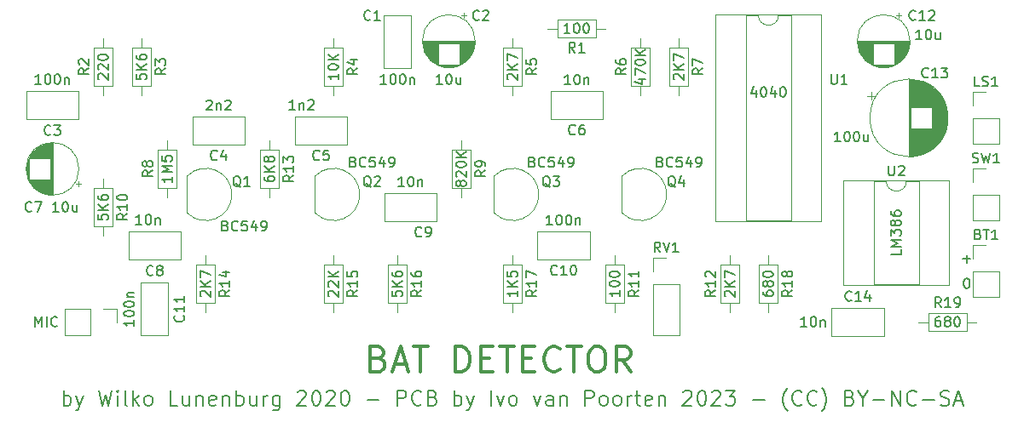
<source format=gbr>
%TF.GenerationSoftware,KiCad,Pcbnew,5.1.9+dfsg1-1+deb11u1*%
%TF.CreationDate,2023-01-16T13:11:19+01:00*%
%TF.ProjectId,bat-detector,6261742d-6465-4746-9563-746f722e6b69,rev?*%
%TF.SameCoordinates,Original*%
%TF.FileFunction,Legend,Top*%
%TF.FilePolarity,Positive*%
%FSLAX46Y46*%
G04 Gerber Fmt 4.6, Leading zero omitted, Abs format (unit mm)*
G04 Created by KiCad (PCBNEW 5.1.9+dfsg1-1+deb11u1) date 2023-01-16 13:11:19*
%MOMM*%
%LPD*%
G01*
G04 APERTURE LIST*
%ADD10C,0.150000*%
%ADD11C,0.300000*%
%ADD12C,0.120000*%
G04 APERTURE END LIST*
D10*
X132667380Y-70572380D02*
X132762619Y-70572380D01*
X132857857Y-70620000D01*
X132905476Y-70667619D01*
X132953095Y-70762857D01*
X133000714Y-70953333D01*
X133000714Y-71191428D01*
X132953095Y-71381904D01*
X132905476Y-71477142D01*
X132857857Y-71524761D01*
X132762619Y-71572380D01*
X132667380Y-71572380D01*
X132572142Y-71524761D01*
X132524523Y-71477142D01*
X132476904Y-71381904D01*
X132429285Y-71191428D01*
X132429285Y-70953333D01*
X132476904Y-70762857D01*
X132524523Y-70667619D01*
X132572142Y-70620000D01*
X132667380Y-70572380D01*
X132334047Y-68651428D02*
X133095952Y-68651428D01*
X132715000Y-69032380D02*
X132715000Y-68270476D01*
X43058571Y-83228571D02*
X43058571Y-81728571D01*
X43058571Y-82300000D02*
X43201428Y-82228571D01*
X43487142Y-82228571D01*
X43630000Y-82300000D01*
X43701428Y-82371428D01*
X43772857Y-82514285D01*
X43772857Y-82942857D01*
X43701428Y-83085714D01*
X43630000Y-83157142D01*
X43487142Y-83228571D01*
X43201428Y-83228571D01*
X43058571Y-83157142D01*
X44272857Y-82228571D02*
X44630000Y-83228571D01*
X44987142Y-82228571D02*
X44630000Y-83228571D01*
X44487142Y-83585714D01*
X44415714Y-83657142D01*
X44272857Y-83728571D01*
X46558571Y-81728571D02*
X46915714Y-83228571D01*
X47201428Y-82157142D01*
X47487142Y-83228571D01*
X47844285Y-81728571D01*
X48415714Y-83228571D02*
X48415714Y-82228571D01*
X48415714Y-81728571D02*
X48344285Y-81800000D01*
X48415714Y-81871428D01*
X48487142Y-81800000D01*
X48415714Y-81728571D01*
X48415714Y-81871428D01*
X49344285Y-83228571D02*
X49201428Y-83157142D01*
X49130000Y-83014285D01*
X49130000Y-81728571D01*
X49915714Y-83228571D02*
X49915714Y-81728571D01*
X50058571Y-82657142D02*
X50487142Y-83228571D01*
X50487142Y-82228571D02*
X49915714Y-82800000D01*
X51344285Y-83228571D02*
X51201428Y-83157142D01*
X51130000Y-83085714D01*
X51058571Y-82942857D01*
X51058571Y-82514285D01*
X51130000Y-82371428D01*
X51201428Y-82300000D01*
X51344285Y-82228571D01*
X51558571Y-82228571D01*
X51701428Y-82300000D01*
X51772857Y-82371428D01*
X51844285Y-82514285D01*
X51844285Y-82942857D01*
X51772857Y-83085714D01*
X51701428Y-83157142D01*
X51558571Y-83228571D01*
X51344285Y-83228571D01*
X54344285Y-83228571D02*
X53630000Y-83228571D01*
X53630000Y-81728571D01*
X55487142Y-82228571D02*
X55487142Y-83228571D01*
X54844285Y-82228571D02*
X54844285Y-83014285D01*
X54915714Y-83157142D01*
X55058571Y-83228571D01*
X55272857Y-83228571D01*
X55415714Y-83157142D01*
X55487142Y-83085714D01*
X56201428Y-82228571D02*
X56201428Y-83228571D01*
X56201428Y-82371428D02*
X56272857Y-82300000D01*
X56415714Y-82228571D01*
X56630000Y-82228571D01*
X56772857Y-82300000D01*
X56844285Y-82442857D01*
X56844285Y-83228571D01*
X58130000Y-83157142D02*
X57987142Y-83228571D01*
X57701428Y-83228571D01*
X57558571Y-83157142D01*
X57487142Y-83014285D01*
X57487142Y-82442857D01*
X57558571Y-82300000D01*
X57701428Y-82228571D01*
X57987142Y-82228571D01*
X58130000Y-82300000D01*
X58201428Y-82442857D01*
X58201428Y-82585714D01*
X57487142Y-82728571D01*
X58844285Y-82228571D02*
X58844285Y-83228571D01*
X58844285Y-82371428D02*
X58915714Y-82300000D01*
X59058571Y-82228571D01*
X59272857Y-82228571D01*
X59415714Y-82300000D01*
X59487142Y-82442857D01*
X59487142Y-83228571D01*
X60201428Y-83228571D02*
X60201428Y-81728571D01*
X60201428Y-82300000D02*
X60344285Y-82228571D01*
X60630000Y-82228571D01*
X60772857Y-82300000D01*
X60844285Y-82371428D01*
X60915714Y-82514285D01*
X60915714Y-82942857D01*
X60844285Y-83085714D01*
X60772857Y-83157142D01*
X60630000Y-83228571D01*
X60344285Y-83228571D01*
X60201428Y-83157142D01*
X62201428Y-82228571D02*
X62201428Y-83228571D01*
X61558571Y-82228571D02*
X61558571Y-83014285D01*
X61630000Y-83157142D01*
X61772857Y-83228571D01*
X61987142Y-83228571D01*
X62130000Y-83157142D01*
X62201428Y-83085714D01*
X62915714Y-83228571D02*
X62915714Y-82228571D01*
X62915714Y-82514285D02*
X62987142Y-82371428D01*
X63058571Y-82300000D01*
X63201428Y-82228571D01*
X63344285Y-82228571D01*
X64487142Y-82228571D02*
X64487142Y-83442857D01*
X64415714Y-83585714D01*
X64344285Y-83657142D01*
X64201428Y-83728571D01*
X63987142Y-83728571D01*
X63844285Y-83657142D01*
X64487142Y-83157142D02*
X64344285Y-83228571D01*
X64058571Y-83228571D01*
X63915714Y-83157142D01*
X63844285Y-83085714D01*
X63772857Y-82942857D01*
X63772857Y-82514285D01*
X63844285Y-82371428D01*
X63915714Y-82300000D01*
X64058571Y-82228571D01*
X64344285Y-82228571D01*
X64487142Y-82300000D01*
X66272857Y-81871428D02*
X66344285Y-81800000D01*
X66487142Y-81728571D01*
X66844285Y-81728571D01*
X66987142Y-81800000D01*
X67058571Y-81871428D01*
X67130000Y-82014285D01*
X67130000Y-82157142D01*
X67058571Y-82371428D01*
X66201428Y-83228571D01*
X67130000Y-83228571D01*
X68058571Y-81728571D02*
X68201428Y-81728571D01*
X68344285Y-81800000D01*
X68415714Y-81871428D01*
X68487142Y-82014285D01*
X68558571Y-82300000D01*
X68558571Y-82657142D01*
X68487142Y-82942857D01*
X68415714Y-83085714D01*
X68344285Y-83157142D01*
X68201428Y-83228571D01*
X68058571Y-83228571D01*
X67915714Y-83157142D01*
X67844285Y-83085714D01*
X67772857Y-82942857D01*
X67701428Y-82657142D01*
X67701428Y-82300000D01*
X67772857Y-82014285D01*
X67844285Y-81871428D01*
X67915714Y-81800000D01*
X68058571Y-81728571D01*
X69130000Y-81871428D02*
X69201428Y-81800000D01*
X69344285Y-81728571D01*
X69701428Y-81728571D01*
X69844285Y-81800000D01*
X69915714Y-81871428D01*
X69987142Y-82014285D01*
X69987142Y-82157142D01*
X69915714Y-82371428D01*
X69058571Y-83228571D01*
X69987142Y-83228571D01*
X70915714Y-81728571D02*
X71058571Y-81728571D01*
X71201428Y-81800000D01*
X71272857Y-81871428D01*
X71344285Y-82014285D01*
X71415714Y-82300000D01*
X71415714Y-82657142D01*
X71344285Y-82942857D01*
X71272857Y-83085714D01*
X71201428Y-83157142D01*
X71058571Y-83228571D01*
X70915714Y-83228571D01*
X70772857Y-83157142D01*
X70701428Y-83085714D01*
X70630000Y-82942857D01*
X70558571Y-82657142D01*
X70558571Y-82300000D01*
X70630000Y-82014285D01*
X70701428Y-81871428D01*
X70772857Y-81800000D01*
X70915714Y-81728571D01*
X73201428Y-82657142D02*
X74344285Y-82657142D01*
X76201428Y-83228571D02*
X76201428Y-81728571D01*
X76772857Y-81728571D01*
X76915714Y-81800000D01*
X76987142Y-81871428D01*
X77058571Y-82014285D01*
X77058571Y-82228571D01*
X76987142Y-82371428D01*
X76915714Y-82442857D01*
X76772857Y-82514285D01*
X76201428Y-82514285D01*
X78558571Y-83085714D02*
X78487142Y-83157142D01*
X78272857Y-83228571D01*
X78130000Y-83228571D01*
X77915714Y-83157142D01*
X77772857Y-83014285D01*
X77701428Y-82871428D01*
X77630000Y-82585714D01*
X77630000Y-82371428D01*
X77701428Y-82085714D01*
X77772857Y-81942857D01*
X77915714Y-81800000D01*
X78130000Y-81728571D01*
X78272857Y-81728571D01*
X78487142Y-81800000D01*
X78558571Y-81871428D01*
X79701428Y-82442857D02*
X79915714Y-82514285D01*
X79987142Y-82585714D01*
X80058571Y-82728571D01*
X80058571Y-82942857D01*
X79987142Y-83085714D01*
X79915714Y-83157142D01*
X79772857Y-83228571D01*
X79201428Y-83228571D01*
X79201428Y-81728571D01*
X79701428Y-81728571D01*
X79844285Y-81800000D01*
X79915714Y-81871428D01*
X79987142Y-82014285D01*
X79987142Y-82157142D01*
X79915714Y-82300000D01*
X79844285Y-82371428D01*
X79701428Y-82442857D01*
X79201428Y-82442857D01*
X81844285Y-83228571D02*
X81844285Y-81728571D01*
X81844285Y-82300000D02*
X81987142Y-82228571D01*
X82272857Y-82228571D01*
X82415714Y-82300000D01*
X82487142Y-82371428D01*
X82558571Y-82514285D01*
X82558571Y-82942857D01*
X82487142Y-83085714D01*
X82415714Y-83157142D01*
X82272857Y-83228571D01*
X81987142Y-83228571D01*
X81844285Y-83157142D01*
X83058571Y-82228571D02*
X83415714Y-83228571D01*
X83772857Y-82228571D02*
X83415714Y-83228571D01*
X83272857Y-83585714D01*
X83201428Y-83657142D01*
X83058571Y-83728571D01*
X85487142Y-83228571D02*
X85487142Y-81728571D01*
X86058571Y-82228571D02*
X86415714Y-83228571D01*
X86772857Y-82228571D01*
X87558571Y-83228571D02*
X87415714Y-83157142D01*
X87344285Y-83085714D01*
X87272857Y-82942857D01*
X87272857Y-82514285D01*
X87344285Y-82371428D01*
X87415714Y-82300000D01*
X87558571Y-82228571D01*
X87772857Y-82228571D01*
X87915714Y-82300000D01*
X87987142Y-82371428D01*
X88058571Y-82514285D01*
X88058571Y-82942857D01*
X87987142Y-83085714D01*
X87915714Y-83157142D01*
X87772857Y-83228571D01*
X87558571Y-83228571D01*
X89701428Y-82228571D02*
X90058571Y-83228571D01*
X90415714Y-82228571D01*
X91630000Y-83228571D02*
X91630000Y-82442857D01*
X91558571Y-82300000D01*
X91415714Y-82228571D01*
X91130000Y-82228571D01*
X90987142Y-82300000D01*
X91630000Y-83157142D02*
X91487142Y-83228571D01*
X91130000Y-83228571D01*
X90987142Y-83157142D01*
X90915714Y-83014285D01*
X90915714Y-82871428D01*
X90987142Y-82728571D01*
X91130000Y-82657142D01*
X91487142Y-82657142D01*
X91630000Y-82585714D01*
X92344285Y-82228571D02*
X92344285Y-83228571D01*
X92344285Y-82371428D02*
X92415714Y-82300000D01*
X92558571Y-82228571D01*
X92772857Y-82228571D01*
X92915714Y-82300000D01*
X92987142Y-82442857D01*
X92987142Y-83228571D01*
X94844285Y-83228571D02*
X94844285Y-81728571D01*
X95415714Y-81728571D01*
X95558571Y-81800000D01*
X95630000Y-81871428D01*
X95701428Y-82014285D01*
X95701428Y-82228571D01*
X95630000Y-82371428D01*
X95558571Y-82442857D01*
X95415714Y-82514285D01*
X94844285Y-82514285D01*
X96558571Y-83228571D02*
X96415714Y-83157142D01*
X96344285Y-83085714D01*
X96272857Y-82942857D01*
X96272857Y-82514285D01*
X96344285Y-82371428D01*
X96415714Y-82300000D01*
X96558571Y-82228571D01*
X96772857Y-82228571D01*
X96915714Y-82300000D01*
X96987142Y-82371428D01*
X97058571Y-82514285D01*
X97058571Y-82942857D01*
X96987142Y-83085714D01*
X96915714Y-83157142D01*
X96772857Y-83228571D01*
X96558571Y-83228571D01*
X97915714Y-83228571D02*
X97772857Y-83157142D01*
X97701428Y-83085714D01*
X97630000Y-82942857D01*
X97630000Y-82514285D01*
X97701428Y-82371428D01*
X97772857Y-82300000D01*
X97915714Y-82228571D01*
X98130000Y-82228571D01*
X98272857Y-82300000D01*
X98344285Y-82371428D01*
X98415714Y-82514285D01*
X98415714Y-82942857D01*
X98344285Y-83085714D01*
X98272857Y-83157142D01*
X98130000Y-83228571D01*
X97915714Y-83228571D01*
X99058571Y-83228571D02*
X99058571Y-82228571D01*
X99058571Y-82514285D02*
X99130000Y-82371428D01*
X99201428Y-82300000D01*
X99344285Y-82228571D01*
X99487142Y-82228571D01*
X99772857Y-82228571D02*
X100344285Y-82228571D01*
X99987142Y-81728571D02*
X99987142Y-83014285D01*
X100058571Y-83157142D01*
X100201428Y-83228571D01*
X100344285Y-83228571D01*
X101415714Y-83157142D02*
X101272857Y-83228571D01*
X100987142Y-83228571D01*
X100844285Y-83157142D01*
X100772857Y-83014285D01*
X100772857Y-82442857D01*
X100844285Y-82300000D01*
X100987142Y-82228571D01*
X101272857Y-82228571D01*
X101415714Y-82300000D01*
X101487142Y-82442857D01*
X101487142Y-82585714D01*
X100772857Y-82728571D01*
X102130000Y-82228571D02*
X102130000Y-83228571D01*
X102130000Y-82371428D02*
X102201428Y-82300000D01*
X102344285Y-82228571D01*
X102558571Y-82228571D01*
X102701428Y-82300000D01*
X102772857Y-82442857D01*
X102772857Y-83228571D01*
X104558571Y-81871428D02*
X104630000Y-81800000D01*
X104772857Y-81728571D01*
X105130000Y-81728571D01*
X105272857Y-81800000D01*
X105344285Y-81871428D01*
X105415714Y-82014285D01*
X105415714Y-82157142D01*
X105344285Y-82371428D01*
X104487142Y-83228571D01*
X105415714Y-83228571D01*
X106344285Y-81728571D02*
X106487142Y-81728571D01*
X106630000Y-81800000D01*
X106701428Y-81871428D01*
X106772857Y-82014285D01*
X106844285Y-82300000D01*
X106844285Y-82657142D01*
X106772857Y-82942857D01*
X106701428Y-83085714D01*
X106630000Y-83157142D01*
X106487142Y-83228571D01*
X106344285Y-83228571D01*
X106201428Y-83157142D01*
X106130000Y-83085714D01*
X106058571Y-82942857D01*
X105987142Y-82657142D01*
X105987142Y-82300000D01*
X106058571Y-82014285D01*
X106130000Y-81871428D01*
X106201428Y-81800000D01*
X106344285Y-81728571D01*
X107415714Y-81871428D02*
X107487142Y-81800000D01*
X107630000Y-81728571D01*
X107987142Y-81728571D01*
X108130000Y-81800000D01*
X108201428Y-81871428D01*
X108272857Y-82014285D01*
X108272857Y-82157142D01*
X108201428Y-82371428D01*
X107344285Y-83228571D01*
X108272857Y-83228571D01*
X108772857Y-81728571D02*
X109701428Y-81728571D01*
X109201428Y-82300000D01*
X109415714Y-82300000D01*
X109558571Y-82371428D01*
X109630000Y-82442857D01*
X109701428Y-82585714D01*
X109701428Y-82942857D01*
X109630000Y-83085714D01*
X109558571Y-83157142D01*
X109415714Y-83228571D01*
X108987142Y-83228571D01*
X108844285Y-83157142D01*
X108772857Y-83085714D01*
X111487142Y-82657142D02*
X112630000Y-82657142D01*
X114915714Y-83800000D02*
X114844285Y-83728571D01*
X114701428Y-83514285D01*
X114630000Y-83371428D01*
X114558571Y-83157142D01*
X114487142Y-82800000D01*
X114487142Y-82514285D01*
X114558571Y-82157142D01*
X114630000Y-81942857D01*
X114701428Y-81800000D01*
X114844285Y-81585714D01*
X114915714Y-81514285D01*
X116344285Y-83085714D02*
X116272857Y-83157142D01*
X116058571Y-83228571D01*
X115915714Y-83228571D01*
X115701428Y-83157142D01*
X115558571Y-83014285D01*
X115487142Y-82871428D01*
X115415714Y-82585714D01*
X115415714Y-82371428D01*
X115487142Y-82085714D01*
X115558571Y-81942857D01*
X115701428Y-81800000D01*
X115915714Y-81728571D01*
X116058571Y-81728571D01*
X116272857Y-81800000D01*
X116344285Y-81871428D01*
X117844285Y-83085714D02*
X117772857Y-83157142D01*
X117558571Y-83228571D01*
X117415714Y-83228571D01*
X117201428Y-83157142D01*
X117058571Y-83014285D01*
X116987142Y-82871428D01*
X116915714Y-82585714D01*
X116915714Y-82371428D01*
X116987142Y-82085714D01*
X117058571Y-81942857D01*
X117201428Y-81800000D01*
X117415714Y-81728571D01*
X117558571Y-81728571D01*
X117772857Y-81800000D01*
X117844285Y-81871428D01*
X118344285Y-83800000D02*
X118415714Y-83728571D01*
X118558571Y-83514285D01*
X118630000Y-83371428D01*
X118701428Y-83157142D01*
X118772857Y-82800000D01*
X118772857Y-82514285D01*
X118701428Y-82157142D01*
X118630000Y-81942857D01*
X118558571Y-81800000D01*
X118415714Y-81585714D01*
X118344285Y-81514285D01*
X121130000Y-82442857D02*
X121344285Y-82514285D01*
X121415714Y-82585714D01*
X121487142Y-82728571D01*
X121487142Y-82942857D01*
X121415714Y-83085714D01*
X121344285Y-83157142D01*
X121201428Y-83228571D01*
X120630000Y-83228571D01*
X120630000Y-81728571D01*
X121130000Y-81728571D01*
X121272857Y-81800000D01*
X121344285Y-81871428D01*
X121415714Y-82014285D01*
X121415714Y-82157142D01*
X121344285Y-82300000D01*
X121272857Y-82371428D01*
X121130000Y-82442857D01*
X120630000Y-82442857D01*
X122415714Y-82514285D02*
X122415714Y-83228571D01*
X121915714Y-81728571D02*
X122415714Y-82514285D01*
X122915714Y-81728571D01*
X123415714Y-82657142D02*
X124558571Y-82657142D01*
X125272857Y-83228571D02*
X125272857Y-81728571D01*
X126130000Y-83228571D01*
X126130000Y-81728571D01*
X127701428Y-83085714D02*
X127630000Y-83157142D01*
X127415714Y-83228571D01*
X127272857Y-83228571D01*
X127058571Y-83157142D01*
X126915714Y-83014285D01*
X126844285Y-82871428D01*
X126772857Y-82585714D01*
X126772857Y-82371428D01*
X126844285Y-82085714D01*
X126915714Y-81942857D01*
X127058571Y-81800000D01*
X127272857Y-81728571D01*
X127415714Y-81728571D01*
X127630000Y-81800000D01*
X127701428Y-81871428D01*
X128344285Y-82657142D02*
X129487142Y-82657142D01*
X130130000Y-83157142D02*
X130344285Y-83228571D01*
X130701428Y-83228571D01*
X130844285Y-83157142D01*
X130915714Y-83085714D01*
X130987142Y-82942857D01*
X130987142Y-82800000D01*
X130915714Y-82657142D01*
X130844285Y-82585714D01*
X130701428Y-82514285D01*
X130415714Y-82442857D01*
X130272857Y-82371428D01*
X130201428Y-82300000D01*
X130130000Y-82157142D01*
X130130000Y-82014285D01*
X130201428Y-81871428D01*
X130272857Y-81800000D01*
X130415714Y-81728571D01*
X130772857Y-81728571D01*
X130987142Y-81800000D01*
X131558571Y-82800000D02*
X132272857Y-82800000D01*
X131415714Y-83228571D02*
X131915714Y-81728571D01*
X132415714Y-83228571D01*
D11*
X74336190Y-78561428D02*
X74693333Y-78680476D01*
X74812380Y-78799523D01*
X74931428Y-79037619D01*
X74931428Y-79394761D01*
X74812380Y-79632857D01*
X74693333Y-79751904D01*
X74455238Y-79870952D01*
X73502857Y-79870952D01*
X73502857Y-77370952D01*
X74336190Y-77370952D01*
X74574285Y-77490000D01*
X74693333Y-77609047D01*
X74812380Y-77847142D01*
X74812380Y-78085238D01*
X74693333Y-78323333D01*
X74574285Y-78442380D01*
X74336190Y-78561428D01*
X73502857Y-78561428D01*
X75883809Y-79156666D02*
X77074285Y-79156666D01*
X75645714Y-79870952D02*
X76479047Y-77370952D01*
X77312380Y-79870952D01*
X77788571Y-77370952D02*
X79217142Y-77370952D01*
X78502857Y-79870952D02*
X78502857Y-77370952D01*
X81955238Y-79870952D02*
X81955238Y-77370952D01*
X82550476Y-77370952D01*
X82907619Y-77490000D01*
X83145714Y-77728095D01*
X83264761Y-77966190D01*
X83383809Y-78442380D01*
X83383809Y-78799523D01*
X83264761Y-79275714D01*
X83145714Y-79513809D01*
X82907619Y-79751904D01*
X82550476Y-79870952D01*
X81955238Y-79870952D01*
X84455238Y-78561428D02*
X85288571Y-78561428D01*
X85645714Y-79870952D02*
X84455238Y-79870952D01*
X84455238Y-77370952D01*
X85645714Y-77370952D01*
X86360000Y-77370952D02*
X87788571Y-77370952D01*
X87074285Y-79870952D02*
X87074285Y-77370952D01*
X88621904Y-78561428D02*
X89455238Y-78561428D01*
X89812380Y-79870952D02*
X88621904Y-79870952D01*
X88621904Y-77370952D01*
X89812380Y-77370952D01*
X92312380Y-79632857D02*
X92193333Y-79751904D01*
X91836190Y-79870952D01*
X91598095Y-79870952D01*
X91240952Y-79751904D01*
X91002857Y-79513809D01*
X90883809Y-79275714D01*
X90764761Y-78799523D01*
X90764761Y-78442380D01*
X90883809Y-77966190D01*
X91002857Y-77728095D01*
X91240952Y-77490000D01*
X91598095Y-77370952D01*
X91836190Y-77370952D01*
X92193333Y-77490000D01*
X92312380Y-77609047D01*
X93026666Y-77370952D02*
X94455238Y-77370952D01*
X93740952Y-79870952D02*
X93740952Y-77370952D01*
X95764761Y-77370952D02*
X96240952Y-77370952D01*
X96479047Y-77490000D01*
X96717142Y-77728095D01*
X96836190Y-78204285D01*
X96836190Y-79037619D01*
X96717142Y-79513809D01*
X96479047Y-79751904D01*
X96240952Y-79870952D01*
X95764761Y-79870952D01*
X95526666Y-79751904D01*
X95288571Y-79513809D01*
X95169523Y-79037619D01*
X95169523Y-78204285D01*
X95288571Y-77728095D01*
X95526666Y-77490000D01*
X95764761Y-77370952D01*
X99336190Y-79870952D02*
X98502857Y-78680476D01*
X97907619Y-79870952D02*
X97907619Y-77370952D01*
X98860000Y-77370952D01*
X99098095Y-77490000D01*
X99217142Y-77609047D01*
X99336190Y-77847142D01*
X99336190Y-78204285D01*
X99217142Y-78442380D01*
X99098095Y-78561428D01*
X98860000Y-78680476D01*
X97907619Y-78680476D01*
D12*
%TO.C,BT1*%
X133290000Y-72450000D02*
X135950000Y-72450000D01*
X133290000Y-69850000D02*
X133290000Y-72450000D01*
X135950000Y-69850000D02*
X135950000Y-72450000D01*
X133290000Y-69850000D02*
X135950000Y-69850000D01*
X133290000Y-68580000D02*
X133290000Y-67250000D01*
X133290000Y-67250000D02*
X134620000Y-67250000D01*
%TO.C,C1*%
X74830000Y-44390000D02*
X77570000Y-44390000D01*
X74830000Y-49630000D02*
X77570000Y-49630000D01*
X77570000Y-49630000D02*
X77570000Y-44390000D01*
X74830000Y-49630000D02*
X74830000Y-44390000D01*
%TO.C,C2*%
X83900000Y-46970000D02*
G75*
G03*
X83900000Y-46970000I-2620000J0D01*
G01*
X83860000Y-46970000D02*
X78700000Y-46970000D01*
X83860000Y-47010000D02*
X78700000Y-47010000D01*
X83859000Y-47050000D02*
X78701000Y-47050000D01*
X83858000Y-47090000D02*
X78702000Y-47090000D01*
X83856000Y-47130000D02*
X78704000Y-47130000D01*
X83853000Y-47170000D02*
X78707000Y-47170000D01*
X83849000Y-47210000D02*
X82320000Y-47210000D01*
X80240000Y-47210000D02*
X78711000Y-47210000D01*
X83845000Y-47250000D02*
X82320000Y-47250000D01*
X80240000Y-47250000D02*
X78715000Y-47250000D01*
X83841000Y-47290000D02*
X82320000Y-47290000D01*
X80240000Y-47290000D02*
X78719000Y-47290000D01*
X83836000Y-47330000D02*
X82320000Y-47330000D01*
X80240000Y-47330000D02*
X78724000Y-47330000D01*
X83830000Y-47370000D02*
X82320000Y-47370000D01*
X80240000Y-47370000D02*
X78730000Y-47370000D01*
X83823000Y-47410000D02*
X82320000Y-47410000D01*
X80240000Y-47410000D02*
X78737000Y-47410000D01*
X83816000Y-47450000D02*
X82320000Y-47450000D01*
X80240000Y-47450000D02*
X78744000Y-47450000D01*
X83808000Y-47490000D02*
X82320000Y-47490000D01*
X80240000Y-47490000D02*
X78752000Y-47490000D01*
X83800000Y-47530000D02*
X82320000Y-47530000D01*
X80240000Y-47530000D02*
X78760000Y-47530000D01*
X83791000Y-47570000D02*
X82320000Y-47570000D01*
X80240000Y-47570000D02*
X78769000Y-47570000D01*
X83781000Y-47610000D02*
X82320000Y-47610000D01*
X80240000Y-47610000D02*
X78779000Y-47610000D01*
X83771000Y-47650000D02*
X82320000Y-47650000D01*
X80240000Y-47650000D02*
X78789000Y-47650000D01*
X83760000Y-47691000D02*
X82320000Y-47691000D01*
X80240000Y-47691000D02*
X78800000Y-47691000D01*
X83748000Y-47731000D02*
X82320000Y-47731000D01*
X80240000Y-47731000D02*
X78812000Y-47731000D01*
X83735000Y-47771000D02*
X82320000Y-47771000D01*
X80240000Y-47771000D02*
X78825000Y-47771000D01*
X83722000Y-47811000D02*
X82320000Y-47811000D01*
X80240000Y-47811000D02*
X78838000Y-47811000D01*
X83708000Y-47851000D02*
X82320000Y-47851000D01*
X80240000Y-47851000D02*
X78852000Y-47851000D01*
X83694000Y-47891000D02*
X82320000Y-47891000D01*
X80240000Y-47891000D02*
X78866000Y-47891000D01*
X83678000Y-47931000D02*
X82320000Y-47931000D01*
X80240000Y-47931000D02*
X78882000Y-47931000D01*
X83662000Y-47971000D02*
X82320000Y-47971000D01*
X80240000Y-47971000D02*
X78898000Y-47971000D01*
X83645000Y-48011000D02*
X82320000Y-48011000D01*
X80240000Y-48011000D02*
X78915000Y-48011000D01*
X83628000Y-48051000D02*
X82320000Y-48051000D01*
X80240000Y-48051000D02*
X78932000Y-48051000D01*
X83609000Y-48091000D02*
X82320000Y-48091000D01*
X80240000Y-48091000D02*
X78951000Y-48091000D01*
X83590000Y-48131000D02*
X82320000Y-48131000D01*
X80240000Y-48131000D02*
X78970000Y-48131000D01*
X83570000Y-48171000D02*
X82320000Y-48171000D01*
X80240000Y-48171000D02*
X78990000Y-48171000D01*
X83548000Y-48211000D02*
X82320000Y-48211000D01*
X80240000Y-48211000D02*
X79012000Y-48211000D01*
X83527000Y-48251000D02*
X82320000Y-48251000D01*
X80240000Y-48251000D02*
X79033000Y-48251000D01*
X83504000Y-48291000D02*
X82320000Y-48291000D01*
X80240000Y-48291000D02*
X79056000Y-48291000D01*
X83480000Y-48331000D02*
X82320000Y-48331000D01*
X80240000Y-48331000D02*
X79080000Y-48331000D01*
X83455000Y-48371000D02*
X82320000Y-48371000D01*
X80240000Y-48371000D02*
X79105000Y-48371000D01*
X83429000Y-48411000D02*
X82320000Y-48411000D01*
X80240000Y-48411000D02*
X79131000Y-48411000D01*
X83402000Y-48451000D02*
X82320000Y-48451000D01*
X80240000Y-48451000D02*
X79158000Y-48451000D01*
X83375000Y-48491000D02*
X82320000Y-48491000D01*
X80240000Y-48491000D02*
X79185000Y-48491000D01*
X83345000Y-48531000D02*
X82320000Y-48531000D01*
X80240000Y-48531000D02*
X79215000Y-48531000D01*
X83315000Y-48571000D02*
X82320000Y-48571000D01*
X80240000Y-48571000D02*
X79245000Y-48571000D01*
X83284000Y-48611000D02*
X82320000Y-48611000D01*
X80240000Y-48611000D02*
X79276000Y-48611000D01*
X83251000Y-48651000D02*
X82320000Y-48651000D01*
X80240000Y-48651000D02*
X79309000Y-48651000D01*
X83217000Y-48691000D02*
X82320000Y-48691000D01*
X80240000Y-48691000D02*
X79343000Y-48691000D01*
X83181000Y-48731000D02*
X82320000Y-48731000D01*
X80240000Y-48731000D02*
X79379000Y-48731000D01*
X83144000Y-48771000D02*
X82320000Y-48771000D01*
X80240000Y-48771000D02*
X79416000Y-48771000D01*
X83106000Y-48811000D02*
X82320000Y-48811000D01*
X80240000Y-48811000D02*
X79454000Y-48811000D01*
X83065000Y-48851000D02*
X82320000Y-48851000D01*
X80240000Y-48851000D02*
X79495000Y-48851000D01*
X83023000Y-48891000D02*
X82320000Y-48891000D01*
X80240000Y-48891000D02*
X79537000Y-48891000D01*
X82979000Y-48931000D02*
X82320000Y-48931000D01*
X80240000Y-48931000D02*
X79581000Y-48931000D01*
X82933000Y-48971000D02*
X82320000Y-48971000D01*
X80240000Y-48971000D02*
X79627000Y-48971000D01*
X82885000Y-49011000D02*
X82320000Y-49011000D01*
X80240000Y-49011000D02*
X79675000Y-49011000D01*
X82834000Y-49051000D02*
X82320000Y-49051000D01*
X80240000Y-49051000D02*
X79726000Y-49051000D01*
X82780000Y-49091000D02*
X82320000Y-49091000D01*
X80240000Y-49091000D02*
X79780000Y-49091000D01*
X82723000Y-49131000D02*
X82320000Y-49131000D01*
X80240000Y-49131000D02*
X79837000Y-49131000D01*
X82663000Y-49171000D02*
X82320000Y-49171000D01*
X80240000Y-49171000D02*
X79897000Y-49171000D01*
X82599000Y-49211000D02*
X82320000Y-49211000D01*
X80240000Y-49211000D02*
X79961000Y-49211000D01*
X82531000Y-49251000D02*
X82320000Y-49251000D01*
X80240000Y-49251000D02*
X80029000Y-49251000D01*
X82458000Y-49291000D02*
X80102000Y-49291000D01*
X82378000Y-49331000D02*
X80182000Y-49331000D01*
X82291000Y-49371000D02*
X80269000Y-49371000D01*
X82195000Y-49411000D02*
X80365000Y-49411000D01*
X82085000Y-49451000D02*
X80475000Y-49451000D01*
X81957000Y-49491000D02*
X80603000Y-49491000D01*
X81798000Y-49531000D02*
X80762000Y-49531000D01*
X81564000Y-49571000D02*
X80996000Y-49571000D01*
X82755000Y-44165225D02*
X82755000Y-44665225D01*
X83005000Y-44415225D02*
X82505000Y-44415225D01*
%TO.C,C3*%
X39310000Y-54710000D02*
X39310000Y-51970000D01*
X44550000Y-54710000D02*
X44550000Y-51970000D01*
X44550000Y-51970000D02*
X39310000Y-51970000D01*
X44550000Y-54710000D02*
X39310000Y-54710000D01*
%TO.C,C4*%
X61060000Y-57250000D02*
X55820000Y-57250000D01*
X61060000Y-54510000D02*
X55820000Y-54510000D01*
X61060000Y-57250000D02*
X61060000Y-54510000D01*
X55820000Y-57250000D02*
X55820000Y-54510000D01*
%TO.C,C5*%
X65980000Y-57250000D02*
X65980000Y-54510000D01*
X71220000Y-57250000D02*
X71220000Y-54510000D01*
X71220000Y-54510000D02*
X65980000Y-54510000D01*
X71220000Y-57250000D02*
X65980000Y-57250000D01*
%TO.C,C6*%
X96620000Y-54710000D02*
X91380000Y-54710000D01*
X96620000Y-51970000D02*
X91380000Y-51970000D01*
X96620000Y-54710000D02*
X96620000Y-51970000D01*
X91380000Y-54710000D02*
X91380000Y-51970000D01*
%TO.C,C7*%
X44550000Y-59690000D02*
G75*
G03*
X44550000Y-59690000I-2620000J0D01*
G01*
X41930000Y-62270000D02*
X41930000Y-57110000D01*
X41890000Y-62270000D02*
X41890000Y-57110000D01*
X41850000Y-62269000D02*
X41850000Y-57111000D01*
X41810000Y-62268000D02*
X41810000Y-57112000D01*
X41770000Y-62266000D02*
X41770000Y-57114000D01*
X41730000Y-62263000D02*
X41730000Y-57117000D01*
X41690000Y-62259000D02*
X41690000Y-60730000D01*
X41690000Y-58650000D02*
X41690000Y-57121000D01*
X41650000Y-62255000D02*
X41650000Y-60730000D01*
X41650000Y-58650000D02*
X41650000Y-57125000D01*
X41610000Y-62251000D02*
X41610000Y-60730000D01*
X41610000Y-58650000D02*
X41610000Y-57129000D01*
X41570000Y-62246000D02*
X41570000Y-60730000D01*
X41570000Y-58650000D02*
X41570000Y-57134000D01*
X41530000Y-62240000D02*
X41530000Y-60730000D01*
X41530000Y-58650000D02*
X41530000Y-57140000D01*
X41490000Y-62233000D02*
X41490000Y-60730000D01*
X41490000Y-58650000D02*
X41490000Y-57147000D01*
X41450000Y-62226000D02*
X41450000Y-60730000D01*
X41450000Y-58650000D02*
X41450000Y-57154000D01*
X41410000Y-62218000D02*
X41410000Y-60730000D01*
X41410000Y-58650000D02*
X41410000Y-57162000D01*
X41370000Y-62210000D02*
X41370000Y-60730000D01*
X41370000Y-58650000D02*
X41370000Y-57170000D01*
X41330000Y-62201000D02*
X41330000Y-60730000D01*
X41330000Y-58650000D02*
X41330000Y-57179000D01*
X41290000Y-62191000D02*
X41290000Y-60730000D01*
X41290000Y-58650000D02*
X41290000Y-57189000D01*
X41250000Y-62181000D02*
X41250000Y-60730000D01*
X41250000Y-58650000D02*
X41250000Y-57199000D01*
X41209000Y-62170000D02*
X41209000Y-60730000D01*
X41209000Y-58650000D02*
X41209000Y-57210000D01*
X41169000Y-62158000D02*
X41169000Y-60730000D01*
X41169000Y-58650000D02*
X41169000Y-57222000D01*
X41129000Y-62145000D02*
X41129000Y-60730000D01*
X41129000Y-58650000D02*
X41129000Y-57235000D01*
X41089000Y-62132000D02*
X41089000Y-60730000D01*
X41089000Y-58650000D02*
X41089000Y-57248000D01*
X41049000Y-62118000D02*
X41049000Y-60730000D01*
X41049000Y-58650000D02*
X41049000Y-57262000D01*
X41009000Y-62104000D02*
X41009000Y-60730000D01*
X41009000Y-58650000D02*
X41009000Y-57276000D01*
X40969000Y-62088000D02*
X40969000Y-60730000D01*
X40969000Y-58650000D02*
X40969000Y-57292000D01*
X40929000Y-62072000D02*
X40929000Y-60730000D01*
X40929000Y-58650000D02*
X40929000Y-57308000D01*
X40889000Y-62055000D02*
X40889000Y-60730000D01*
X40889000Y-58650000D02*
X40889000Y-57325000D01*
X40849000Y-62038000D02*
X40849000Y-60730000D01*
X40849000Y-58650000D02*
X40849000Y-57342000D01*
X40809000Y-62019000D02*
X40809000Y-60730000D01*
X40809000Y-58650000D02*
X40809000Y-57361000D01*
X40769000Y-62000000D02*
X40769000Y-60730000D01*
X40769000Y-58650000D02*
X40769000Y-57380000D01*
X40729000Y-61980000D02*
X40729000Y-60730000D01*
X40729000Y-58650000D02*
X40729000Y-57400000D01*
X40689000Y-61958000D02*
X40689000Y-60730000D01*
X40689000Y-58650000D02*
X40689000Y-57422000D01*
X40649000Y-61937000D02*
X40649000Y-60730000D01*
X40649000Y-58650000D02*
X40649000Y-57443000D01*
X40609000Y-61914000D02*
X40609000Y-60730000D01*
X40609000Y-58650000D02*
X40609000Y-57466000D01*
X40569000Y-61890000D02*
X40569000Y-60730000D01*
X40569000Y-58650000D02*
X40569000Y-57490000D01*
X40529000Y-61865000D02*
X40529000Y-60730000D01*
X40529000Y-58650000D02*
X40529000Y-57515000D01*
X40489000Y-61839000D02*
X40489000Y-60730000D01*
X40489000Y-58650000D02*
X40489000Y-57541000D01*
X40449000Y-61812000D02*
X40449000Y-60730000D01*
X40449000Y-58650000D02*
X40449000Y-57568000D01*
X40409000Y-61785000D02*
X40409000Y-60730000D01*
X40409000Y-58650000D02*
X40409000Y-57595000D01*
X40369000Y-61755000D02*
X40369000Y-60730000D01*
X40369000Y-58650000D02*
X40369000Y-57625000D01*
X40329000Y-61725000D02*
X40329000Y-60730000D01*
X40329000Y-58650000D02*
X40329000Y-57655000D01*
X40289000Y-61694000D02*
X40289000Y-60730000D01*
X40289000Y-58650000D02*
X40289000Y-57686000D01*
X40249000Y-61661000D02*
X40249000Y-60730000D01*
X40249000Y-58650000D02*
X40249000Y-57719000D01*
X40209000Y-61627000D02*
X40209000Y-60730000D01*
X40209000Y-58650000D02*
X40209000Y-57753000D01*
X40169000Y-61591000D02*
X40169000Y-60730000D01*
X40169000Y-58650000D02*
X40169000Y-57789000D01*
X40129000Y-61554000D02*
X40129000Y-60730000D01*
X40129000Y-58650000D02*
X40129000Y-57826000D01*
X40089000Y-61516000D02*
X40089000Y-60730000D01*
X40089000Y-58650000D02*
X40089000Y-57864000D01*
X40049000Y-61475000D02*
X40049000Y-60730000D01*
X40049000Y-58650000D02*
X40049000Y-57905000D01*
X40009000Y-61433000D02*
X40009000Y-60730000D01*
X40009000Y-58650000D02*
X40009000Y-57947000D01*
X39969000Y-61389000D02*
X39969000Y-60730000D01*
X39969000Y-58650000D02*
X39969000Y-57991000D01*
X39929000Y-61343000D02*
X39929000Y-60730000D01*
X39929000Y-58650000D02*
X39929000Y-58037000D01*
X39889000Y-61295000D02*
X39889000Y-60730000D01*
X39889000Y-58650000D02*
X39889000Y-58085000D01*
X39849000Y-61244000D02*
X39849000Y-60730000D01*
X39849000Y-58650000D02*
X39849000Y-58136000D01*
X39809000Y-61190000D02*
X39809000Y-60730000D01*
X39809000Y-58650000D02*
X39809000Y-58190000D01*
X39769000Y-61133000D02*
X39769000Y-60730000D01*
X39769000Y-58650000D02*
X39769000Y-58247000D01*
X39729000Y-61073000D02*
X39729000Y-60730000D01*
X39729000Y-58650000D02*
X39729000Y-58307000D01*
X39689000Y-61009000D02*
X39689000Y-60730000D01*
X39689000Y-58650000D02*
X39689000Y-58371000D01*
X39649000Y-60941000D02*
X39649000Y-60730000D01*
X39649000Y-58650000D02*
X39649000Y-58439000D01*
X39609000Y-60868000D02*
X39609000Y-58512000D01*
X39569000Y-60788000D02*
X39569000Y-58592000D01*
X39529000Y-60701000D02*
X39529000Y-58679000D01*
X39489000Y-60605000D02*
X39489000Y-58775000D01*
X39449000Y-60495000D02*
X39449000Y-58885000D01*
X39409000Y-60367000D02*
X39409000Y-59013000D01*
X39369000Y-60208000D02*
X39369000Y-59172000D01*
X39329000Y-59974000D02*
X39329000Y-59406000D01*
X44734775Y-61165000D02*
X44234775Y-61165000D01*
X44484775Y-61415000D02*
X44484775Y-60915000D01*
%TO.C,C8*%
X54710000Y-68680000D02*
X49470000Y-68680000D01*
X54710000Y-65940000D02*
X49470000Y-65940000D01*
X54710000Y-68680000D02*
X54710000Y-65940000D01*
X49470000Y-68680000D02*
X49470000Y-65940000D01*
%TO.C,C9*%
X74870000Y-64870000D02*
X74870000Y-62130000D01*
X80110000Y-64870000D02*
X80110000Y-62130000D01*
X80110000Y-62130000D02*
X74870000Y-62130000D01*
X80110000Y-64870000D02*
X74870000Y-64870000D01*
%TO.C,C10*%
X90070000Y-68680000D02*
X90070000Y-65940000D01*
X95310000Y-68680000D02*
X95310000Y-65940000D01*
X95310000Y-65940000D02*
X90070000Y-65940000D01*
X95310000Y-68680000D02*
X90070000Y-68680000D01*
%TO.C,C11*%
X53440000Y-71020000D02*
X53440000Y-76260000D01*
X50700000Y-71020000D02*
X50700000Y-76260000D01*
X53440000Y-71020000D02*
X50700000Y-71020000D01*
X53440000Y-76260000D02*
X50700000Y-76260000D01*
%TO.C,C12*%
X126185000Y-44415225D02*
X125685000Y-44415225D01*
X125935000Y-44165225D02*
X125935000Y-44665225D01*
X124744000Y-49571000D02*
X124176000Y-49571000D01*
X124978000Y-49531000D02*
X123942000Y-49531000D01*
X125137000Y-49491000D02*
X123783000Y-49491000D01*
X125265000Y-49451000D02*
X123655000Y-49451000D01*
X125375000Y-49411000D02*
X123545000Y-49411000D01*
X125471000Y-49371000D02*
X123449000Y-49371000D01*
X125558000Y-49331000D02*
X123362000Y-49331000D01*
X125638000Y-49291000D02*
X123282000Y-49291000D01*
X123420000Y-49251000D02*
X123209000Y-49251000D01*
X125711000Y-49251000D02*
X125500000Y-49251000D01*
X123420000Y-49211000D02*
X123141000Y-49211000D01*
X125779000Y-49211000D02*
X125500000Y-49211000D01*
X123420000Y-49171000D02*
X123077000Y-49171000D01*
X125843000Y-49171000D02*
X125500000Y-49171000D01*
X123420000Y-49131000D02*
X123017000Y-49131000D01*
X125903000Y-49131000D02*
X125500000Y-49131000D01*
X123420000Y-49091000D02*
X122960000Y-49091000D01*
X125960000Y-49091000D02*
X125500000Y-49091000D01*
X123420000Y-49051000D02*
X122906000Y-49051000D01*
X126014000Y-49051000D02*
X125500000Y-49051000D01*
X123420000Y-49011000D02*
X122855000Y-49011000D01*
X126065000Y-49011000D02*
X125500000Y-49011000D01*
X123420000Y-48971000D02*
X122807000Y-48971000D01*
X126113000Y-48971000D02*
X125500000Y-48971000D01*
X123420000Y-48931000D02*
X122761000Y-48931000D01*
X126159000Y-48931000D02*
X125500000Y-48931000D01*
X123420000Y-48891000D02*
X122717000Y-48891000D01*
X126203000Y-48891000D02*
X125500000Y-48891000D01*
X123420000Y-48851000D02*
X122675000Y-48851000D01*
X126245000Y-48851000D02*
X125500000Y-48851000D01*
X123420000Y-48811000D02*
X122634000Y-48811000D01*
X126286000Y-48811000D02*
X125500000Y-48811000D01*
X123420000Y-48771000D02*
X122596000Y-48771000D01*
X126324000Y-48771000D02*
X125500000Y-48771000D01*
X123420000Y-48731000D02*
X122559000Y-48731000D01*
X126361000Y-48731000D02*
X125500000Y-48731000D01*
X123420000Y-48691000D02*
X122523000Y-48691000D01*
X126397000Y-48691000D02*
X125500000Y-48691000D01*
X123420000Y-48651000D02*
X122489000Y-48651000D01*
X126431000Y-48651000D02*
X125500000Y-48651000D01*
X123420000Y-48611000D02*
X122456000Y-48611000D01*
X126464000Y-48611000D02*
X125500000Y-48611000D01*
X123420000Y-48571000D02*
X122425000Y-48571000D01*
X126495000Y-48571000D02*
X125500000Y-48571000D01*
X123420000Y-48531000D02*
X122395000Y-48531000D01*
X126525000Y-48531000D02*
X125500000Y-48531000D01*
X123420000Y-48491000D02*
X122365000Y-48491000D01*
X126555000Y-48491000D02*
X125500000Y-48491000D01*
X123420000Y-48451000D02*
X122338000Y-48451000D01*
X126582000Y-48451000D02*
X125500000Y-48451000D01*
X123420000Y-48411000D02*
X122311000Y-48411000D01*
X126609000Y-48411000D02*
X125500000Y-48411000D01*
X123420000Y-48371000D02*
X122285000Y-48371000D01*
X126635000Y-48371000D02*
X125500000Y-48371000D01*
X123420000Y-48331000D02*
X122260000Y-48331000D01*
X126660000Y-48331000D02*
X125500000Y-48331000D01*
X123420000Y-48291000D02*
X122236000Y-48291000D01*
X126684000Y-48291000D02*
X125500000Y-48291000D01*
X123420000Y-48251000D02*
X122213000Y-48251000D01*
X126707000Y-48251000D02*
X125500000Y-48251000D01*
X123420000Y-48211000D02*
X122192000Y-48211000D01*
X126728000Y-48211000D02*
X125500000Y-48211000D01*
X123420000Y-48171000D02*
X122170000Y-48171000D01*
X126750000Y-48171000D02*
X125500000Y-48171000D01*
X123420000Y-48131000D02*
X122150000Y-48131000D01*
X126770000Y-48131000D02*
X125500000Y-48131000D01*
X123420000Y-48091000D02*
X122131000Y-48091000D01*
X126789000Y-48091000D02*
X125500000Y-48091000D01*
X123420000Y-48051000D02*
X122112000Y-48051000D01*
X126808000Y-48051000D02*
X125500000Y-48051000D01*
X123420000Y-48011000D02*
X122095000Y-48011000D01*
X126825000Y-48011000D02*
X125500000Y-48011000D01*
X123420000Y-47971000D02*
X122078000Y-47971000D01*
X126842000Y-47971000D02*
X125500000Y-47971000D01*
X123420000Y-47931000D02*
X122062000Y-47931000D01*
X126858000Y-47931000D02*
X125500000Y-47931000D01*
X123420000Y-47891000D02*
X122046000Y-47891000D01*
X126874000Y-47891000D02*
X125500000Y-47891000D01*
X123420000Y-47851000D02*
X122032000Y-47851000D01*
X126888000Y-47851000D02*
X125500000Y-47851000D01*
X123420000Y-47811000D02*
X122018000Y-47811000D01*
X126902000Y-47811000D02*
X125500000Y-47811000D01*
X123420000Y-47771000D02*
X122005000Y-47771000D01*
X126915000Y-47771000D02*
X125500000Y-47771000D01*
X123420000Y-47731000D02*
X121992000Y-47731000D01*
X126928000Y-47731000D02*
X125500000Y-47731000D01*
X123420000Y-47691000D02*
X121980000Y-47691000D01*
X126940000Y-47691000D02*
X125500000Y-47691000D01*
X123420000Y-47650000D02*
X121969000Y-47650000D01*
X126951000Y-47650000D02*
X125500000Y-47650000D01*
X123420000Y-47610000D02*
X121959000Y-47610000D01*
X126961000Y-47610000D02*
X125500000Y-47610000D01*
X123420000Y-47570000D02*
X121949000Y-47570000D01*
X126971000Y-47570000D02*
X125500000Y-47570000D01*
X123420000Y-47530000D02*
X121940000Y-47530000D01*
X126980000Y-47530000D02*
X125500000Y-47530000D01*
X123420000Y-47490000D02*
X121932000Y-47490000D01*
X126988000Y-47490000D02*
X125500000Y-47490000D01*
X123420000Y-47450000D02*
X121924000Y-47450000D01*
X126996000Y-47450000D02*
X125500000Y-47450000D01*
X123420000Y-47410000D02*
X121917000Y-47410000D01*
X127003000Y-47410000D02*
X125500000Y-47410000D01*
X123420000Y-47370000D02*
X121910000Y-47370000D01*
X127010000Y-47370000D02*
X125500000Y-47370000D01*
X123420000Y-47330000D02*
X121904000Y-47330000D01*
X127016000Y-47330000D02*
X125500000Y-47330000D01*
X123420000Y-47290000D02*
X121899000Y-47290000D01*
X127021000Y-47290000D02*
X125500000Y-47290000D01*
X123420000Y-47250000D02*
X121895000Y-47250000D01*
X127025000Y-47250000D02*
X125500000Y-47250000D01*
X123420000Y-47210000D02*
X121891000Y-47210000D01*
X127029000Y-47210000D02*
X125500000Y-47210000D01*
X127033000Y-47170000D02*
X121887000Y-47170000D01*
X127036000Y-47130000D02*
X121884000Y-47130000D01*
X127038000Y-47090000D02*
X121882000Y-47090000D01*
X127039000Y-47050000D02*
X121881000Y-47050000D01*
X127040000Y-47010000D02*
X121880000Y-47010000D01*
X127040000Y-46970000D02*
X121880000Y-46970000D01*
X127080000Y-46970000D02*
G75*
G03*
X127080000Y-46970000I-2620000J0D01*
G01*
%TO.C,C13*%
X130850000Y-54610000D02*
G75*
G03*
X130850000Y-54610000I-3870000J0D01*
G01*
X126980000Y-50780000D02*
X126980000Y-58440000D01*
X127020000Y-50780000D02*
X127020000Y-58440000D01*
X127060000Y-50780000D02*
X127060000Y-58440000D01*
X127100000Y-50781000D02*
X127100000Y-58439000D01*
X127140000Y-50783000D02*
X127140000Y-58437000D01*
X127180000Y-50785000D02*
X127180000Y-58435000D01*
X127220000Y-50787000D02*
X127220000Y-53570000D01*
X127220000Y-55650000D02*
X127220000Y-58433000D01*
X127260000Y-50790000D02*
X127260000Y-53570000D01*
X127260000Y-55650000D02*
X127260000Y-58430000D01*
X127300000Y-50793000D02*
X127300000Y-53570000D01*
X127300000Y-55650000D02*
X127300000Y-58427000D01*
X127340000Y-50796000D02*
X127340000Y-53570000D01*
X127340000Y-55650000D02*
X127340000Y-58424000D01*
X127380000Y-50800000D02*
X127380000Y-53570000D01*
X127380000Y-55650000D02*
X127380000Y-58420000D01*
X127420000Y-50805000D02*
X127420000Y-53570000D01*
X127420000Y-55650000D02*
X127420000Y-58415000D01*
X127460000Y-50809000D02*
X127460000Y-53570000D01*
X127460000Y-55650000D02*
X127460000Y-58411000D01*
X127500000Y-50815000D02*
X127500000Y-53570000D01*
X127500000Y-55650000D02*
X127500000Y-58405000D01*
X127540000Y-50820000D02*
X127540000Y-53570000D01*
X127540000Y-55650000D02*
X127540000Y-58400000D01*
X127580000Y-50826000D02*
X127580000Y-53570000D01*
X127580000Y-55650000D02*
X127580000Y-58394000D01*
X127620000Y-50833000D02*
X127620000Y-53570000D01*
X127620000Y-55650000D02*
X127620000Y-58387000D01*
X127660000Y-50840000D02*
X127660000Y-53570000D01*
X127660000Y-55650000D02*
X127660000Y-58380000D01*
X127701000Y-50847000D02*
X127701000Y-53570000D01*
X127701000Y-55650000D02*
X127701000Y-58373000D01*
X127741000Y-50855000D02*
X127741000Y-53570000D01*
X127741000Y-55650000D02*
X127741000Y-58365000D01*
X127781000Y-50863000D02*
X127781000Y-53570000D01*
X127781000Y-55650000D02*
X127781000Y-58357000D01*
X127821000Y-50872000D02*
X127821000Y-53570000D01*
X127821000Y-55650000D02*
X127821000Y-58348000D01*
X127861000Y-50881000D02*
X127861000Y-53570000D01*
X127861000Y-55650000D02*
X127861000Y-58339000D01*
X127901000Y-50890000D02*
X127901000Y-53570000D01*
X127901000Y-55650000D02*
X127901000Y-58330000D01*
X127941000Y-50900000D02*
X127941000Y-53570000D01*
X127941000Y-55650000D02*
X127941000Y-58320000D01*
X127981000Y-50911000D02*
X127981000Y-53570000D01*
X127981000Y-55650000D02*
X127981000Y-58309000D01*
X128021000Y-50922000D02*
X128021000Y-53570000D01*
X128021000Y-55650000D02*
X128021000Y-58298000D01*
X128061000Y-50933000D02*
X128061000Y-53570000D01*
X128061000Y-55650000D02*
X128061000Y-58287000D01*
X128101000Y-50945000D02*
X128101000Y-53570000D01*
X128101000Y-55650000D02*
X128101000Y-58275000D01*
X128141000Y-50957000D02*
X128141000Y-53570000D01*
X128141000Y-55650000D02*
X128141000Y-58263000D01*
X128181000Y-50970000D02*
X128181000Y-53570000D01*
X128181000Y-55650000D02*
X128181000Y-58250000D01*
X128221000Y-50984000D02*
X128221000Y-53570000D01*
X128221000Y-55650000D02*
X128221000Y-58236000D01*
X128261000Y-50997000D02*
X128261000Y-53570000D01*
X128261000Y-55650000D02*
X128261000Y-58223000D01*
X128301000Y-51012000D02*
X128301000Y-53570000D01*
X128301000Y-55650000D02*
X128301000Y-58208000D01*
X128341000Y-51026000D02*
X128341000Y-53570000D01*
X128341000Y-55650000D02*
X128341000Y-58194000D01*
X128381000Y-51042000D02*
X128381000Y-53570000D01*
X128381000Y-55650000D02*
X128381000Y-58178000D01*
X128421000Y-51057000D02*
X128421000Y-53570000D01*
X128421000Y-55650000D02*
X128421000Y-58163000D01*
X128461000Y-51074000D02*
X128461000Y-53570000D01*
X128461000Y-55650000D02*
X128461000Y-58146000D01*
X128501000Y-51090000D02*
X128501000Y-53570000D01*
X128501000Y-55650000D02*
X128501000Y-58130000D01*
X128541000Y-51108000D02*
X128541000Y-53570000D01*
X128541000Y-55650000D02*
X128541000Y-58112000D01*
X128581000Y-51126000D02*
X128581000Y-53570000D01*
X128581000Y-55650000D02*
X128581000Y-58094000D01*
X128621000Y-51144000D02*
X128621000Y-53570000D01*
X128621000Y-55650000D02*
X128621000Y-58076000D01*
X128661000Y-51163000D02*
X128661000Y-53570000D01*
X128661000Y-55650000D02*
X128661000Y-58057000D01*
X128701000Y-51183000D02*
X128701000Y-53570000D01*
X128701000Y-55650000D02*
X128701000Y-58037000D01*
X128741000Y-51203000D02*
X128741000Y-53570000D01*
X128741000Y-55650000D02*
X128741000Y-58017000D01*
X128781000Y-51224000D02*
X128781000Y-53570000D01*
X128781000Y-55650000D02*
X128781000Y-57996000D01*
X128821000Y-51245000D02*
X128821000Y-53570000D01*
X128821000Y-55650000D02*
X128821000Y-57975000D01*
X128861000Y-51267000D02*
X128861000Y-53570000D01*
X128861000Y-55650000D02*
X128861000Y-57953000D01*
X128901000Y-51289000D02*
X128901000Y-53570000D01*
X128901000Y-55650000D02*
X128901000Y-57931000D01*
X128941000Y-51313000D02*
X128941000Y-53570000D01*
X128941000Y-55650000D02*
X128941000Y-57907000D01*
X128981000Y-51336000D02*
X128981000Y-53570000D01*
X128981000Y-55650000D02*
X128981000Y-57884000D01*
X129021000Y-51361000D02*
X129021000Y-53570000D01*
X129021000Y-55650000D02*
X129021000Y-57859000D01*
X129061000Y-51386000D02*
X129061000Y-53570000D01*
X129061000Y-55650000D02*
X129061000Y-57834000D01*
X129101000Y-51412000D02*
X129101000Y-53570000D01*
X129101000Y-55650000D02*
X129101000Y-57808000D01*
X129141000Y-51438000D02*
X129141000Y-53570000D01*
X129141000Y-55650000D02*
X129141000Y-57782000D01*
X129181000Y-51466000D02*
X129181000Y-53570000D01*
X129181000Y-55650000D02*
X129181000Y-57754000D01*
X129221000Y-51494000D02*
X129221000Y-53570000D01*
X129221000Y-55650000D02*
X129221000Y-57726000D01*
X129261000Y-51522000D02*
X129261000Y-53570000D01*
X129261000Y-55650000D02*
X129261000Y-57698000D01*
X129301000Y-51552000D02*
X129301000Y-57668000D01*
X129341000Y-51582000D02*
X129341000Y-57638000D01*
X129381000Y-51614000D02*
X129381000Y-57606000D01*
X129421000Y-51646000D02*
X129421000Y-57574000D01*
X129461000Y-51679000D02*
X129461000Y-57541000D01*
X129501000Y-51712000D02*
X129501000Y-57508000D01*
X129541000Y-51747000D02*
X129541000Y-57473000D01*
X129581000Y-51783000D02*
X129581000Y-57437000D01*
X129621000Y-51820000D02*
X129621000Y-57400000D01*
X129661000Y-51858000D02*
X129661000Y-57362000D01*
X129701000Y-51897000D02*
X129701000Y-57323000D01*
X129741000Y-51937000D02*
X129741000Y-57283000D01*
X129781000Y-51978000D02*
X129781000Y-57242000D01*
X129821000Y-52021000D02*
X129821000Y-57199000D01*
X129861000Y-52064000D02*
X129861000Y-57156000D01*
X129901000Y-52110000D02*
X129901000Y-57110000D01*
X129941000Y-52156000D02*
X129941000Y-57064000D01*
X129981000Y-52205000D02*
X129981000Y-57015000D01*
X130021000Y-52255000D02*
X130021000Y-56965000D01*
X130061000Y-52306000D02*
X130061000Y-56914000D01*
X130101000Y-52360000D02*
X130101000Y-56860000D01*
X130141000Y-52415000D02*
X130141000Y-56805000D01*
X130181000Y-52473000D02*
X130181000Y-56747000D01*
X130221000Y-52533000D02*
X130221000Y-56687000D01*
X130261000Y-52596000D02*
X130261000Y-56624000D01*
X130301000Y-52661000D02*
X130301000Y-56559000D01*
X130341000Y-52729000D02*
X130341000Y-56491000D01*
X130381000Y-52801000D02*
X130381000Y-56419000D01*
X130421000Y-52877000D02*
X130421000Y-56343000D01*
X130461000Y-52956000D02*
X130461000Y-56264000D01*
X130501000Y-53041000D02*
X130501000Y-56179000D01*
X130541000Y-53132000D02*
X130541000Y-56088000D01*
X130581000Y-53229000D02*
X130581000Y-55991000D01*
X130621000Y-53335000D02*
X130621000Y-55885000D01*
X130661000Y-53452000D02*
X130661000Y-55768000D01*
X130701000Y-53582000D02*
X130701000Y-55638000D01*
X130741000Y-53733000D02*
X130741000Y-55487000D01*
X130781000Y-53917000D02*
X130781000Y-55303000D01*
X130821000Y-54169000D02*
X130821000Y-55051000D01*
X122837789Y-52435000D02*
X123587789Y-52435000D01*
X123212789Y-52060000D02*
X123212789Y-52810000D01*
%TO.C,C14*%
X124520000Y-76300000D02*
X119280000Y-76300000D01*
X124520000Y-73560000D02*
X119280000Y-73560000D01*
X124520000Y-76300000D02*
X124520000Y-73560000D01*
X119280000Y-76300000D02*
X119280000Y-73560000D01*
%TO.C,LS1*%
X133290000Y-57210000D02*
X135950000Y-57210000D01*
X133290000Y-54610000D02*
X133290000Y-57210000D01*
X135950000Y-54610000D02*
X135950000Y-57210000D01*
X133290000Y-54610000D02*
X135950000Y-54610000D01*
X133290000Y-53340000D02*
X133290000Y-52010000D01*
X133290000Y-52010000D02*
X134620000Y-52010000D01*
%TO.C,MIC*%
X48320000Y-73600000D02*
X48320000Y-74930000D01*
X46990000Y-73600000D02*
X48320000Y-73600000D01*
X45720000Y-73600000D02*
X45720000Y-76260000D01*
X45720000Y-76260000D02*
X43120000Y-76260000D01*
X45720000Y-73600000D02*
X43120000Y-73600000D01*
X43120000Y-73600000D02*
X43120000Y-76260000D01*
%TO.C,Q1*%
X55300000Y-60430000D02*
X55300000Y-64030000D01*
X55311522Y-64068478D02*
G75*
G03*
X59750000Y-62230000I1838478J1838478D01*
G01*
X55311522Y-60391522D02*
G75*
G02*
X59750000Y-62230000I1838478J-1838478D01*
G01*
%TO.C,Q2*%
X68000000Y-60430000D02*
X68000000Y-64030000D01*
X68011522Y-60391522D02*
G75*
G02*
X72450000Y-62230000I1838478J-1838478D01*
G01*
X68011522Y-64068478D02*
G75*
G03*
X72450000Y-62230000I1838478J1838478D01*
G01*
%TO.C,Q3*%
X85780000Y-60430000D02*
X85780000Y-64030000D01*
X85791522Y-60391522D02*
G75*
G02*
X90230000Y-62230000I1838478J-1838478D01*
G01*
X85791522Y-64068478D02*
G75*
G03*
X90230000Y-62230000I1838478J1838478D01*
G01*
%TO.C,Q4*%
X98480000Y-60430000D02*
X98480000Y-64030000D01*
X98491522Y-64068478D02*
G75*
G03*
X102930000Y-62230000I1838478J1838478D01*
G01*
X98491522Y-60391522D02*
G75*
G02*
X102930000Y-62230000I1838478J-1838478D01*
G01*
%TO.C,R1*%
X95900000Y-46640000D02*
X95900000Y-44800000D01*
X95900000Y-44800000D02*
X92060000Y-44800000D01*
X92060000Y-44800000D02*
X92060000Y-46640000D01*
X92060000Y-46640000D02*
X95900000Y-46640000D01*
X96850000Y-45720000D02*
X95900000Y-45720000D01*
X91110000Y-45720000D02*
X92060000Y-45720000D01*
%TO.C,R2*%
X46990000Y-52400000D02*
X46990000Y-51450000D01*
X46990000Y-46660000D02*
X46990000Y-47610000D01*
X47910000Y-51450000D02*
X47910000Y-47610000D01*
X46070000Y-51450000D02*
X47910000Y-51450000D01*
X46070000Y-47610000D02*
X46070000Y-51450000D01*
X47910000Y-47610000D02*
X46070000Y-47610000D01*
%TO.C,R3*%
X50800000Y-52400000D02*
X50800000Y-51450000D01*
X50800000Y-46660000D02*
X50800000Y-47610000D01*
X51720000Y-51450000D02*
X51720000Y-47610000D01*
X49880000Y-51450000D02*
X51720000Y-51450000D01*
X49880000Y-47610000D02*
X49880000Y-51450000D01*
X51720000Y-47610000D02*
X49880000Y-47610000D01*
%TO.C,R4*%
X69850000Y-52400000D02*
X69850000Y-51450000D01*
X69850000Y-46660000D02*
X69850000Y-47610000D01*
X70770000Y-51450000D02*
X70770000Y-47610000D01*
X68930000Y-51450000D02*
X70770000Y-51450000D01*
X68930000Y-47610000D02*
X68930000Y-51450000D01*
X70770000Y-47610000D02*
X68930000Y-47610000D01*
%TO.C,R5*%
X87630000Y-52400000D02*
X87630000Y-51450000D01*
X87630000Y-46660000D02*
X87630000Y-47610000D01*
X88550000Y-51450000D02*
X88550000Y-47610000D01*
X86710000Y-51450000D02*
X88550000Y-51450000D01*
X86710000Y-47610000D02*
X86710000Y-51450000D01*
X88550000Y-47610000D02*
X86710000Y-47610000D01*
%TO.C,R6*%
X101250000Y-47610000D02*
X99410000Y-47610000D01*
X99410000Y-47610000D02*
X99410000Y-51450000D01*
X99410000Y-51450000D02*
X101250000Y-51450000D01*
X101250000Y-51450000D02*
X101250000Y-47610000D01*
X100330000Y-46660000D02*
X100330000Y-47610000D01*
X100330000Y-52400000D02*
X100330000Y-51450000D01*
%TO.C,R7*%
X105060000Y-47610000D02*
X103220000Y-47610000D01*
X103220000Y-47610000D02*
X103220000Y-51450000D01*
X103220000Y-51450000D02*
X105060000Y-51450000D01*
X105060000Y-51450000D02*
X105060000Y-47610000D01*
X104140000Y-46660000D02*
X104140000Y-47610000D01*
X104140000Y-52400000D02*
X104140000Y-51450000D01*
%TO.C,R8*%
X53340000Y-62560000D02*
X53340000Y-61610000D01*
X53340000Y-56820000D02*
X53340000Y-57770000D01*
X54260000Y-61610000D02*
X54260000Y-57770000D01*
X52420000Y-61610000D02*
X54260000Y-61610000D01*
X52420000Y-57770000D02*
X52420000Y-61610000D01*
X54260000Y-57770000D02*
X52420000Y-57770000D01*
%TO.C,R9*%
X82550000Y-62560000D02*
X82550000Y-61610000D01*
X82550000Y-56820000D02*
X82550000Y-57770000D01*
X83470000Y-61610000D02*
X83470000Y-57770000D01*
X81630000Y-61610000D02*
X83470000Y-61610000D01*
X81630000Y-57770000D02*
X81630000Y-61610000D01*
X83470000Y-57770000D02*
X81630000Y-57770000D01*
%TO.C,R10*%
X47910000Y-61580000D02*
X46070000Y-61580000D01*
X46070000Y-61580000D02*
X46070000Y-65420000D01*
X46070000Y-65420000D02*
X47910000Y-65420000D01*
X47910000Y-65420000D02*
X47910000Y-61580000D01*
X46990000Y-60630000D02*
X46990000Y-61580000D01*
X46990000Y-66370000D02*
X46990000Y-65420000D01*
%TO.C,R11*%
X97790000Y-73990000D02*
X97790000Y-73040000D01*
X97790000Y-68250000D02*
X97790000Y-69200000D01*
X98710000Y-73040000D02*
X98710000Y-69200000D01*
X96870000Y-73040000D02*
X98710000Y-73040000D01*
X96870000Y-69200000D02*
X96870000Y-73040000D01*
X98710000Y-69200000D02*
X96870000Y-69200000D01*
%TO.C,R12*%
X109220000Y-73990000D02*
X109220000Y-73040000D01*
X109220000Y-68250000D02*
X109220000Y-69200000D01*
X110140000Y-73040000D02*
X110140000Y-69200000D01*
X108300000Y-73040000D02*
X110140000Y-73040000D01*
X108300000Y-69200000D02*
X108300000Y-73040000D01*
X110140000Y-69200000D02*
X108300000Y-69200000D01*
%TO.C,R13*%
X64420000Y-57770000D02*
X62580000Y-57770000D01*
X62580000Y-57770000D02*
X62580000Y-61610000D01*
X62580000Y-61610000D02*
X64420000Y-61610000D01*
X64420000Y-61610000D02*
X64420000Y-57770000D01*
X63500000Y-56820000D02*
X63500000Y-57770000D01*
X63500000Y-62560000D02*
X63500000Y-61610000D01*
%TO.C,R14*%
X58070000Y-69200000D02*
X56230000Y-69200000D01*
X56230000Y-69200000D02*
X56230000Y-73040000D01*
X56230000Y-73040000D02*
X58070000Y-73040000D01*
X58070000Y-73040000D02*
X58070000Y-69200000D01*
X57150000Y-68250000D02*
X57150000Y-69200000D01*
X57150000Y-73990000D02*
X57150000Y-73040000D01*
%TO.C,R15*%
X70770000Y-69200000D02*
X68930000Y-69200000D01*
X68930000Y-69200000D02*
X68930000Y-73040000D01*
X68930000Y-73040000D02*
X70770000Y-73040000D01*
X70770000Y-73040000D02*
X70770000Y-69200000D01*
X69850000Y-68250000D02*
X69850000Y-69200000D01*
X69850000Y-73990000D02*
X69850000Y-73040000D01*
%TO.C,R16*%
X76200000Y-73990000D02*
X76200000Y-73040000D01*
X76200000Y-68250000D02*
X76200000Y-69200000D01*
X77120000Y-73040000D02*
X77120000Y-69200000D01*
X75280000Y-73040000D02*
X77120000Y-73040000D01*
X75280000Y-69200000D02*
X75280000Y-73040000D01*
X77120000Y-69200000D02*
X75280000Y-69200000D01*
%TO.C,R17*%
X88550000Y-69200000D02*
X86710000Y-69200000D01*
X86710000Y-69200000D02*
X86710000Y-73040000D01*
X86710000Y-73040000D02*
X88550000Y-73040000D01*
X88550000Y-73040000D02*
X88550000Y-69200000D01*
X87630000Y-68250000D02*
X87630000Y-69200000D01*
X87630000Y-73990000D02*
X87630000Y-73040000D01*
%TO.C,R18*%
X113950000Y-69200000D02*
X112110000Y-69200000D01*
X112110000Y-69200000D02*
X112110000Y-73040000D01*
X112110000Y-73040000D02*
X113950000Y-73040000D01*
X113950000Y-73040000D02*
X113950000Y-69200000D01*
X113030000Y-68250000D02*
X113030000Y-69200000D01*
X113030000Y-73990000D02*
X113030000Y-73040000D01*
%TO.C,R19*%
X133680000Y-74930000D02*
X132730000Y-74930000D01*
X127940000Y-74930000D02*
X128890000Y-74930000D01*
X132730000Y-74010000D02*
X128890000Y-74010000D01*
X132730000Y-75850000D02*
X132730000Y-74010000D01*
X128890000Y-75850000D02*
X132730000Y-75850000D01*
X128890000Y-74010000D02*
X128890000Y-75850000D01*
%TO.C,RV1*%
X101540000Y-76260000D02*
X104200000Y-76260000D01*
X101540000Y-71120000D02*
X101540000Y-76260000D01*
X104200000Y-71120000D02*
X104200000Y-76260000D01*
X101540000Y-71120000D02*
X104200000Y-71120000D01*
X101540000Y-69850000D02*
X101540000Y-68520000D01*
X101540000Y-68520000D02*
X102870000Y-68520000D01*
%TO.C,SW1*%
X133290000Y-59630000D02*
X134620000Y-59630000D01*
X133290000Y-60960000D02*
X133290000Y-59630000D01*
X133290000Y-62230000D02*
X135950000Y-62230000D01*
X135950000Y-62230000D02*
X135950000Y-64830000D01*
X133290000Y-62230000D02*
X133290000Y-64830000D01*
X133290000Y-64830000D02*
X135950000Y-64830000D01*
%TO.C,U1*%
X112030000Y-44390000D02*
X110780000Y-44390000D01*
X110780000Y-44390000D02*
X110780000Y-64830000D01*
X110780000Y-64830000D02*
X115280000Y-64830000D01*
X115280000Y-64830000D02*
X115280000Y-44390000D01*
X115280000Y-44390000D02*
X114030000Y-44390000D01*
X107780000Y-44330000D02*
X107780000Y-64890000D01*
X107780000Y-64890000D02*
X118280000Y-64890000D01*
X118280000Y-64890000D02*
X118280000Y-44330000D01*
X118280000Y-44330000D02*
X107780000Y-44330000D01*
X114030000Y-44390000D02*
G75*
G02*
X112030000Y-44390000I-1000000J0D01*
G01*
%TO.C,U2*%
X124730000Y-60900000D02*
X123480000Y-60900000D01*
X123480000Y-60900000D02*
X123480000Y-71180000D01*
X123480000Y-71180000D02*
X127980000Y-71180000D01*
X127980000Y-71180000D02*
X127980000Y-60900000D01*
X127980000Y-60900000D02*
X126730000Y-60900000D01*
X120480000Y-60840000D02*
X120480000Y-71240000D01*
X120480000Y-71240000D02*
X130980000Y-71240000D01*
X130980000Y-71240000D02*
X130980000Y-60840000D01*
X130980000Y-60840000D02*
X120480000Y-60840000D01*
X126730000Y-60900000D02*
G75*
G02*
X124730000Y-60900000I-1000000J0D01*
G01*
%TO.C,BT1*%
D10*
X133834285Y-66178571D02*
X133977142Y-66226190D01*
X134024761Y-66273809D01*
X134072380Y-66369047D01*
X134072380Y-66511904D01*
X134024761Y-66607142D01*
X133977142Y-66654761D01*
X133881904Y-66702380D01*
X133500952Y-66702380D01*
X133500952Y-65702380D01*
X133834285Y-65702380D01*
X133929523Y-65750000D01*
X133977142Y-65797619D01*
X134024761Y-65892857D01*
X134024761Y-65988095D01*
X133977142Y-66083333D01*
X133929523Y-66130952D01*
X133834285Y-66178571D01*
X133500952Y-66178571D01*
X134358095Y-65702380D02*
X134929523Y-65702380D01*
X134643809Y-66702380D02*
X134643809Y-65702380D01*
X135786666Y-66702380D02*
X135215238Y-66702380D01*
X135500952Y-66702380D02*
X135500952Y-65702380D01*
X135405714Y-65845238D01*
X135310476Y-65940476D01*
X135215238Y-65988095D01*
%TO.C,C1*%
X73493333Y-44807142D02*
X73445714Y-44854761D01*
X73302857Y-44902380D01*
X73207619Y-44902380D01*
X73064761Y-44854761D01*
X72969523Y-44759523D01*
X72921904Y-44664285D01*
X72874285Y-44473809D01*
X72874285Y-44330952D01*
X72921904Y-44140476D01*
X72969523Y-44045238D01*
X73064761Y-43950000D01*
X73207619Y-43902380D01*
X73302857Y-43902380D01*
X73445714Y-43950000D01*
X73493333Y-43997619D01*
X74445714Y-44902380D02*
X73874285Y-44902380D01*
X74160000Y-44902380D02*
X74160000Y-43902380D01*
X74064761Y-44045238D01*
X73969523Y-44140476D01*
X73874285Y-44188095D01*
X75080952Y-51252380D02*
X74509523Y-51252380D01*
X74795238Y-51252380D02*
X74795238Y-50252380D01*
X74700000Y-50395238D01*
X74604761Y-50490476D01*
X74509523Y-50538095D01*
X75700000Y-50252380D02*
X75795238Y-50252380D01*
X75890476Y-50300000D01*
X75938095Y-50347619D01*
X75985714Y-50442857D01*
X76033333Y-50633333D01*
X76033333Y-50871428D01*
X75985714Y-51061904D01*
X75938095Y-51157142D01*
X75890476Y-51204761D01*
X75795238Y-51252380D01*
X75700000Y-51252380D01*
X75604761Y-51204761D01*
X75557142Y-51157142D01*
X75509523Y-51061904D01*
X75461904Y-50871428D01*
X75461904Y-50633333D01*
X75509523Y-50442857D01*
X75557142Y-50347619D01*
X75604761Y-50300000D01*
X75700000Y-50252380D01*
X76652380Y-50252380D02*
X76747619Y-50252380D01*
X76842857Y-50300000D01*
X76890476Y-50347619D01*
X76938095Y-50442857D01*
X76985714Y-50633333D01*
X76985714Y-50871428D01*
X76938095Y-51061904D01*
X76890476Y-51157142D01*
X76842857Y-51204761D01*
X76747619Y-51252380D01*
X76652380Y-51252380D01*
X76557142Y-51204761D01*
X76509523Y-51157142D01*
X76461904Y-51061904D01*
X76414285Y-50871428D01*
X76414285Y-50633333D01*
X76461904Y-50442857D01*
X76509523Y-50347619D01*
X76557142Y-50300000D01*
X76652380Y-50252380D01*
X77414285Y-50585714D02*
X77414285Y-51252380D01*
X77414285Y-50680952D02*
X77461904Y-50633333D01*
X77557142Y-50585714D01*
X77700000Y-50585714D01*
X77795238Y-50633333D01*
X77842857Y-50728571D01*
X77842857Y-51252380D01*
%TO.C,C2*%
X84288333Y-44807142D02*
X84240714Y-44854761D01*
X84097857Y-44902380D01*
X84002619Y-44902380D01*
X83859761Y-44854761D01*
X83764523Y-44759523D01*
X83716904Y-44664285D01*
X83669285Y-44473809D01*
X83669285Y-44330952D01*
X83716904Y-44140476D01*
X83764523Y-44045238D01*
X83859761Y-43950000D01*
X84002619Y-43902380D01*
X84097857Y-43902380D01*
X84240714Y-43950000D01*
X84288333Y-43997619D01*
X84669285Y-43997619D02*
X84716904Y-43950000D01*
X84812142Y-43902380D01*
X85050238Y-43902380D01*
X85145476Y-43950000D01*
X85193095Y-43997619D01*
X85240714Y-44092857D01*
X85240714Y-44188095D01*
X85193095Y-44330952D01*
X84621666Y-44902380D01*
X85240714Y-44902380D01*
X80637142Y-51252380D02*
X80065714Y-51252380D01*
X80351428Y-51252380D02*
X80351428Y-50252380D01*
X80256190Y-50395238D01*
X80160952Y-50490476D01*
X80065714Y-50538095D01*
X81256190Y-50252380D02*
X81351428Y-50252380D01*
X81446666Y-50300000D01*
X81494285Y-50347619D01*
X81541904Y-50442857D01*
X81589523Y-50633333D01*
X81589523Y-50871428D01*
X81541904Y-51061904D01*
X81494285Y-51157142D01*
X81446666Y-51204761D01*
X81351428Y-51252380D01*
X81256190Y-51252380D01*
X81160952Y-51204761D01*
X81113333Y-51157142D01*
X81065714Y-51061904D01*
X81018095Y-50871428D01*
X81018095Y-50633333D01*
X81065714Y-50442857D01*
X81113333Y-50347619D01*
X81160952Y-50300000D01*
X81256190Y-50252380D01*
X82446666Y-50585714D02*
X82446666Y-51252380D01*
X82018095Y-50585714D02*
X82018095Y-51109523D01*
X82065714Y-51204761D01*
X82160952Y-51252380D01*
X82303809Y-51252380D01*
X82399047Y-51204761D01*
X82446666Y-51157142D01*
%TO.C,C3*%
X41743333Y-56237142D02*
X41695714Y-56284761D01*
X41552857Y-56332380D01*
X41457619Y-56332380D01*
X41314761Y-56284761D01*
X41219523Y-56189523D01*
X41171904Y-56094285D01*
X41124285Y-55903809D01*
X41124285Y-55760952D01*
X41171904Y-55570476D01*
X41219523Y-55475238D01*
X41314761Y-55380000D01*
X41457619Y-55332380D01*
X41552857Y-55332380D01*
X41695714Y-55380000D01*
X41743333Y-55427619D01*
X42076666Y-55332380D02*
X42695714Y-55332380D01*
X42362380Y-55713333D01*
X42505238Y-55713333D01*
X42600476Y-55760952D01*
X42648095Y-55808571D01*
X42695714Y-55903809D01*
X42695714Y-56141904D01*
X42648095Y-56237142D01*
X42600476Y-56284761D01*
X42505238Y-56332380D01*
X42219523Y-56332380D01*
X42124285Y-56284761D01*
X42076666Y-56237142D01*
X40790952Y-51252380D02*
X40219523Y-51252380D01*
X40505238Y-51252380D02*
X40505238Y-50252380D01*
X40410000Y-50395238D01*
X40314761Y-50490476D01*
X40219523Y-50538095D01*
X41410000Y-50252380D02*
X41505238Y-50252380D01*
X41600476Y-50300000D01*
X41648095Y-50347619D01*
X41695714Y-50442857D01*
X41743333Y-50633333D01*
X41743333Y-50871428D01*
X41695714Y-51061904D01*
X41648095Y-51157142D01*
X41600476Y-51204761D01*
X41505238Y-51252380D01*
X41410000Y-51252380D01*
X41314761Y-51204761D01*
X41267142Y-51157142D01*
X41219523Y-51061904D01*
X41171904Y-50871428D01*
X41171904Y-50633333D01*
X41219523Y-50442857D01*
X41267142Y-50347619D01*
X41314761Y-50300000D01*
X41410000Y-50252380D01*
X42362380Y-50252380D02*
X42457619Y-50252380D01*
X42552857Y-50300000D01*
X42600476Y-50347619D01*
X42648095Y-50442857D01*
X42695714Y-50633333D01*
X42695714Y-50871428D01*
X42648095Y-51061904D01*
X42600476Y-51157142D01*
X42552857Y-51204761D01*
X42457619Y-51252380D01*
X42362380Y-51252380D01*
X42267142Y-51204761D01*
X42219523Y-51157142D01*
X42171904Y-51061904D01*
X42124285Y-50871428D01*
X42124285Y-50633333D01*
X42171904Y-50442857D01*
X42219523Y-50347619D01*
X42267142Y-50300000D01*
X42362380Y-50252380D01*
X43124285Y-50585714D02*
X43124285Y-51252380D01*
X43124285Y-50680952D02*
X43171904Y-50633333D01*
X43267142Y-50585714D01*
X43410000Y-50585714D01*
X43505238Y-50633333D01*
X43552857Y-50728571D01*
X43552857Y-51252380D01*
%TO.C,C4*%
X58273333Y-58737142D02*
X58225714Y-58784761D01*
X58082857Y-58832380D01*
X57987619Y-58832380D01*
X57844761Y-58784761D01*
X57749523Y-58689523D01*
X57701904Y-58594285D01*
X57654285Y-58403809D01*
X57654285Y-58260952D01*
X57701904Y-58070476D01*
X57749523Y-57975238D01*
X57844761Y-57880000D01*
X57987619Y-57832380D01*
X58082857Y-57832380D01*
X58225714Y-57880000D01*
X58273333Y-57927619D01*
X59130476Y-58165714D02*
X59130476Y-58832380D01*
X58892380Y-57784761D02*
X58654285Y-58499047D01*
X59273333Y-58499047D01*
X57225714Y-52927619D02*
X57273333Y-52880000D01*
X57368571Y-52832380D01*
X57606666Y-52832380D01*
X57701904Y-52880000D01*
X57749523Y-52927619D01*
X57797142Y-53022857D01*
X57797142Y-53118095D01*
X57749523Y-53260952D01*
X57178095Y-53832380D01*
X57797142Y-53832380D01*
X58225714Y-53165714D02*
X58225714Y-53832380D01*
X58225714Y-53260952D02*
X58273333Y-53213333D01*
X58368571Y-53165714D01*
X58511428Y-53165714D01*
X58606666Y-53213333D01*
X58654285Y-53308571D01*
X58654285Y-53832380D01*
X59082857Y-52927619D02*
X59130476Y-52880000D01*
X59225714Y-52832380D01*
X59463809Y-52832380D01*
X59559047Y-52880000D01*
X59606666Y-52927619D01*
X59654285Y-53022857D01*
X59654285Y-53118095D01*
X59606666Y-53260952D01*
X59035238Y-53832380D01*
X59654285Y-53832380D01*
%TO.C,C5*%
X68433333Y-58737142D02*
X68385714Y-58784761D01*
X68242857Y-58832380D01*
X68147619Y-58832380D01*
X68004761Y-58784761D01*
X67909523Y-58689523D01*
X67861904Y-58594285D01*
X67814285Y-58403809D01*
X67814285Y-58260952D01*
X67861904Y-58070476D01*
X67909523Y-57975238D01*
X68004761Y-57880000D01*
X68147619Y-57832380D01*
X68242857Y-57832380D01*
X68385714Y-57880000D01*
X68433333Y-57927619D01*
X69338095Y-57832380D02*
X68861904Y-57832380D01*
X68814285Y-58308571D01*
X68861904Y-58260952D01*
X68957142Y-58213333D01*
X69195238Y-58213333D01*
X69290476Y-58260952D01*
X69338095Y-58308571D01*
X69385714Y-58403809D01*
X69385714Y-58641904D01*
X69338095Y-58737142D01*
X69290476Y-58784761D01*
X69195238Y-58832380D01*
X68957142Y-58832380D01*
X68861904Y-58784761D01*
X68814285Y-58737142D01*
X66032142Y-53792380D02*
X65460714Y-53792380D01*
X65746428Y-53792380D02*
X65746428Y-52792380D01*
X65651190Y-52935238D01*
X65555952Y-53030476D01*
X65460714Y-53078095D01*
X66460714Y-53125714D02*
X66460714Y-53792380D01*
X66460714Y-53220952D02*
X66508333Y-53173333D01*
X66603571Y-53125714D01*
X66746428Y-53125714D01*
X66841666Y-53173333D01*
X66889285Y-53268571D01*
X66889285Y-53792380D01*
X67317857Y-52887619D02*
X67365476Y-52840000D01*
X67460714Y-52792380D01*
X67698809Y-52792380D01*
X67794047Y-52840000D01*
X67841666Y-52887619D01*
X67889285Y-52982857D01*
X67889285Y-53078095D01*
X67841666Y-53220952D01*
X67270238Y-53792380D01*
X67889285Y-53792380D01*
%TO.C,C6*%
X93833333Y-56197142D02*
X93785714Y-56244761D01*
X93642857Y-56292380D01*
X93547619Y-56292380D01*
X93404761Y-56244761D01*
X93309523Y-56149523D01*
X93261904Y-56054285D01*
X93214285Y-55863809D01*
X93214285Y-55720952D01*
X93261904Y-55530476D01*
X93309523Y-55435238D01*
X93404761Y-55340000D01*
X93547619Y-55292380D01*
X93642857Y-55292380D01*
X93785714Y-55340000D01*
X93833333Y-55387619D01*
X94690476Y-55292380D02*
X94500000Y-55292380D01*
X94404761Y-55340000D01*
X94357142Y-55387619D01*
X94261904Y-55530476D01*
X94214285Y-55720952D01*
X94214285Y-56101904D01*
X94261904Y-56197142D01*
X94309523Y-56244761D01*
X94404761Y-56292380D01*
X94595238Y-56292380D01*
X94690476Y-56244761D01*
X94738095Y-56197142D01*
X94785714Y-56101904D01*
X94785714Y-55863809D01*
X94738095Y-55768571D01*
X94690476Y-55720952D01*
X94595238Y-55673333D01*
X94404761Y-55673333D01*
X94309523Y-55720952D01*
X94261904Y-55768571D01*
X94214285Y-55863809D01*
X93357142Y-51292380D02*
X92785714Y-51292380D01*
X93071428Y-51292380D02*
X93071428Y-50292380D01*
X92976190Y-50435238D01*
X92880952Y-50530476D01*
X92785714Y-50578095D01*
X93976190Y-50292380D02*
X94071428Y-50292380D01*
X94166666Y-50340000D01*
X94214285Y-50387619D01*
X94261904Y-50482857D01*
X94309523Y-50673333D01*
X94309523Y-50911428D01*
X94261904Y-51101904D01*
X94214285Y-51197142D01*
X94166666Y-51244761D01*
X94071428Y-51292380D01*
X93976190Y-51292380D01*
X93880952Y-51244761D01*
X93833333Y-51197142D01*
X93785714Y-51101904D01*
X93738095Y-50911428D01*
X93738095Y-50673333D01*
X93785714Y-50482857D01*
X93833333Y-50387619D01*
X93880952Y-50340000D01*
X93976190Y-50292380D01*
X94738095Y-50625714D02*
X94738095Y-51292380D01*
X94738095Y-50720952D02*
X94785714Y-50673333D01*
X94880952Y-50625714D01*
X95023809Y-50625714D01*
X95119047Y-50673333D01*
X95166666Y-50768571D01*
X95166666Y-51292380D01*
%TO.C,C7*%
X39838333Y-63857142D02*
X39790714Y-63904761D01*
X39647857Y-63952380D01*
X39552619Y-63952380D01*
X39409761Y-63904761D01*
X39314523Y-63809523D01*
X39266904Y-63714285D01*
X39219285Y-63523809D01*
X39219285Y-63380952D01*
X39266904Y-63190476D01*
X39314523Y-63095238D01*
X39409761Y-63000000D01*
X39552619Y-62952380D01*
X39647857Y-62952380D01*
X39790714Y-63000000D01*
X39838333Y-63047619D01*
X40171666Y-62952380D02*
X40838333Y-62952380D01*
X40409761Y-63952380D01*
X42537142Y-63952380D02*
X41965714Y-63952380D01*
X42251428Y-63952380D02*
X42251428Y-62952380D01*
X42156190Y-63095238D01*
X42060952Y-63190476D01*
X41965714Y-63238095D01*
X43156190Y-62952380D02*
X43251428Y-62952380D01*
X43346666Y-63000000D01*
X43394285Y-63047619D01*
X43441904Y-63142857D01*
X43489523Y-63333333D01*
X43489523Y-63571428D01*
X43441904Y-63761904D01*
X43394285Y-63857142D01*
X43346666Y-63904761D01*
X43251428Y-63952380D01*
X43156190Y-63952380D01*
X43060952Y-63904761D01*
X43013333Y-63857142D01*
X42965714Y-63761904D01*
X42918095Y-63571428D01*
X42918095Y-63333333D01*
X42965714Y-63142857D01*
X43013333Y-63047619D01*
X43060952Y-63000000D01*
X43156190Y-62952380D01*
X44346666Y-63285714D02*
X44346666Y-63952380D01*
X43918095Y-63285714D02*
X43918095Y-63809523D01*
X43965714Y-63904761D01*
X44060952Y-63952380D01*
X44203809Y-63952380D01*
X44299047Y-63904761D01*
X44346666Y-63857142D01*
%TO.C,C8*%
X51903333Y-70207142D02*
X51855714Y-70254761D01*
X51712857Y-70302380D01*
X51617619Y-70302380D01*
X51474761Y-70254761D01*
X51379523Y-70159523D01*
X51331904Y-70064285D01*
X51284285Y-69873809D01*
X51284285Y-69730952D01*
X51331904Y-69540476D01*
X51379523Y-69445238D01*
X51474761Y-69350000D01*
X51617619Y-69302380D01*
X51712857Y-69302380D01*
X51855714Y-69350000D01*
X51903333Y-69397619D01*
X52474761Y-69730952D02*
X52379523Y-69683333D01*
X52331904Y-69635714D01*
X52284285Y-69540476D01*
X52284285Y-69492857D01*
X52331904Y-69397619D01*
X52379523Y-69350000D01*
X52474761Y-69302380D01*
X52665238Y-69302380D01*
X52760476Y-69350000D01*
X52808095Y-69397619D01*
X52855714Y-69492857D01*
X52855714Y-69540476D01*
X52808095Y-69635714D01*
X52760476Y-69683333D01*
X52665238Y-69730952D01*
X52474761Y-69730952D01*
X52379523Y-69778571D01*
X52331904Y-69826190D01*
X52284285Y-69921428D01*
X52284285Y-70111904D01*
X52331904Y-70207142D01*
X52379523Y-70254761D01*
X52474761Y-70302380D01*
X52665238Y-70302380D01*
X52760476Y-70254761D01*
X52808095Y-70207142D01*
X52855714Y-70111904D01*
X52855714Y-69921428D01*
X52808095Y-69826190D01*
X52760476Y-69778571D01*
X52665238Y-69730952D01*
X50792142Y-65222380D02*
X50220714Y-65222380D01*
X50506428Y-65222380D02*
X50506428Y-64222380D01*
X50411190Y-64365238D01*
X50315952Y-64460476D01*
X50220714Y-64508095D01*
X51411190Y-64222380D02*
X51506428Y-64222380D01*
X51601666Y-64270000D01*
X51649285Y-64317619D01*
X51696904Y-64412857D01*
X51744523Y-64603333D01*
X51744523Y-64841428D01*
X51696904Y-65031904D01*
X51649285Y-65127142D01*
X51601666Y-65174761D01*
X51506428Y-65222380D01*
X51411190Y-65222380D01*
X51315952Y-65174761D01*
X51268333Y-65127142D01*
X51220714Y-65031904D01*
X51173095Y-64841428D01*
X51173095Y-64603333D01*
X51220714Y-64412857D01*
X51268333Y-64317619D01*
X51315952Y-64270000D01*
X51411190Y-64222380D01*
X52173095Y-64555714D02*
X52173095Y-65222380D01*
X52173095Y-64650952D02*
X52220714Y-64603333D01*
X52315952Y-64555714D01*
X52458809Y-64555714D01*
X52554047Y-64603333D01*
X52601666Y-64698571D01*
X52601666Y-65222380D01*
%TO.C,C9*%
X78573333Y-66357142D02*
X78525714Y-66404761D01*
X78382857Y-66452380D01*
X78287619Y-66452380D01*
X78144761Y-66404761D01*
X78049523Y-66309523D01*
X78001904Y-66214285D01*
X77954285Y-66023809D01*
X77954285Y-65880952D01*
X78001904Y-65690476D01*
X78049523Y-65595238D01*
X78144761Y-65500000D01*
X78287619Y-65452380D01*
X78382857Y-65452380D01*
X78525714Y-65500000D01*
X78573333Y-65547619D01*
X79049523Y-66452380D02*
X79240000Y-66452380D01*
X79335238Y-66404761D01*
X79382857Y-66357142D01*
X79478095Y-66214285D01*
X79525714Y-66023809D01*
X79525714Y-65642857D01*
X79478095Y-65547619D01*
X79430476Y-65500000D01*
X79335238Y-65452380D01*
X79144761Y-65452380D01*
X79049523Y-65500000D01*
X79001904Y-65547619D01*
X78954285Y-65642857D01*
X78954285Y-65880952D01*
X79001904Y-65976190D01*
X79049523Y-66023809D01*
X79144761Y-66071428D01*
X79335238Y-66071428D01*
X79430476Y-66023809D01*
X79478095Y-65976190D01*
X79525714Y-65880952D01*
X76847142Y-61452380D02*
X76275714Y-61452380D01*
X76561428Y-61452380D02*
X76561428Y-60452380D01*
X76466190Y-60595238D01*
X76370952Y-60690476D01*
X76275714Y-60738095D01*
X77466190Y-60452380D02*
X77561428Y-60452380D01*
X77656666Y-60500000D01*
X77704285Y-60547619D01*
X77751904Y-60642857D01*
X77799523Y-60833333D01*
X77799523Y-61071428D01*
X77751904Y-61261904D01*
X77704285Y-61357142D01*
X77656666Y-61404761D01*
X77561428Y-61452380D01*
X77466190Y-61452380D01*
X77370952Y-61404761D01*
X77323333Y-61357142D01*
X77275714Y-61261904D01*
X77228095Y-61071428D01*
X77228095Y-60833333D01*
X77275714Y-60642857D01*
X77323333Y-60547619D01*
X77370952Y-60500000D01*
X77466190Y-60452380D01*
X78228095Y-60785714D02*
X78228095Y-61452380D01*
X78228095Y-60880952D02*
X78275714Y-60833333D01*
X78370952Y-60785714D01*
X78513809Y-60785714D01*
X78609047Y-60833333D01*
X78656666Y-60928571D01*
X78656666Y-61452380D01*
%TO.C,C10*%
X92047142Y-70167142D02*
X91999523Y-70214761D01*
X91856666Y-70262380D01*
X91761428Y-70262380D01*
X91618571Y-70214761D01*
X91523333Y-70119523D01*
X91475714Y-70024285D01*
X91428095Y-69833809D01*
X91428095Y-69690952D01*
X91475714Y-69500476D01*
X91523333Y-69405238D01*
X91618571Y-69310000D01*
X91761428Y-69262380D01*
X91856666Y-69262380D01*
X91999523Y-69310000D01*
X92047142Y-69357619D01*
X92999523Y-70262380D02*
X92428095Y-70262380D01*
X92713809Y-70262380D02*
X92713809Y-69262380D01*
X92618571Y-69405238D01*
X92523333Y-69500476D01*
X92428095Y-69548095D01*
X93618571Y-69262380D02*
X93713809Y-69262380D01*
X93809047Y-69310000D01*
X93856666Y-69357619D01*
X93904285Y-69452857D01*
X93951904Y-69643333D01*
X93951904Y-69881428D01*
X93904285Y-70071904D01*
X93856666Y-70167142D01*
X93809047Y-70214761D01*
X93713809Y-70262380D01*
X93618571Y-70262380D01*
X93523333Y-70214761D01*
X93475714Y-70167142D01*
X93428095Y-70071904D01*
X93380476Y-69881428D01*
X93380476Y-69643333D01*
X93428095Y-69452857D01*
X93475714Y-69357619D01*
X93523333Y-69310000D01*
X93618571Y-69262380D01*
X91570952Y-65262380D02*
X90999523Y-65262380D01*
X91285238Y-65262380D02*
X91285238Y-64262380D01*
X91190000Y-64405238D01*
X91094761Y-64500476D01*
X90999523Y-64548095D01*
X92190000Y-64262380D02*
X92285238Y-64262380D01*
X92380476Y-64310000D01*
X92428095Y-64357619D01*
X92475714Y-64452857D01*
X92523333Y-64643333D01*
X92523333Y-64881428D01*
X92475714Y-65071904D01*
X92428095Y-65167142D01*
X92380476Y-65214761D01*
X92285238Y-65262380D01*
X92190000Y-65262380D01*
X92094761Y-65214761D01*
X92047142Y-65167142D01*
X91999523Y-65071904D01*
X91951904Y-64881428D01*
X91951904Y-64643333D01*
X91999523Y-64452857D01*
X92047142Y-64357619D01*
X92094761Y-64310000D01*
X92190000Y-64262380D01*
X93142380Y-64262380D02*
X93237619Y-64262380D01*
X93332857Y-64310000D01*
X93380476Y-64357619D01*
X93428095Y-64452857D01*
X93475714Y-64643333D01*
X93475714Y-64881428D01*
X93428095Y-65071904D01*
X93380476Y-65167142D01*
X93332857Y-65214761D01*
X93237619Y-65262380D01*
X93142380Y-65262380D01*
X93047142Y-65214761D01*
X92999523Y-65167142D01*
X92951904Y-65071904D01*
X92904285Y-64881428D01*
X92904285Y-64643333D01*
X92951904Y-64452857D01*
X92999523Y-64357619D01*
X93047142Y-64310000D01*
X93142380Y-64262380D01*
X93904285Y-64595714D02*
X93904285Y-65262380D01*
X93904285Y-64690952D02*
X93951904Y-64643333D01*
X94047142Y-64595714D01*
X94190000Y-64595714D01*
X94285238Y-64643333D01*
X94332857Y-64738571D01*
X94332857Y-65262380D01*
%TO.C,C11*%
X54927142Y-74282857D02*
X54974761Y-74330476D01*
X55022380Y-74473333D01*
X55022380Y-74568571D01*
X54974761Y-74711428D01*
X54879523Y-74806666D01*
X54784285Y-74854285D01*
X54593809Y-74901904D01*
X54450952Y-74901904D01*
X54260476Y-74854285D01*
X54165238Y-74806666D01*
X54070000Y-74711428D01*
X54022380Y-74568571D01*
X54022380Y-74473333D01*
X54070000Y-74330476D01*
X54117619Y-74282857D01*
X55022380Y-73330476D02*
X55022380Y-73901904D01*
X55022380Y-73616190D02*
X54022380Y-73616190D01*
X54165238Y-73711428D01*
X54260476Y-73806666D01*
X54308095Y-73901904D01*
X55022380Y-72378095D02*
X55022380Y-72949523D01*
X55022380Y-72663809D02*
X54022380Y-72663809D01*
X54165238Y-72759047D01*
X54260476Y-72854285D01*
X54308095Y-72949523D01*
X50022380Y-74759047D02*
X50022380Y-75330476D01*
X50022380Y-75044761D02*
X49022380Y-75044761D01*
X49165238Y-75140000D01*
X49260476Y-75235238D01*
X49308095Y-75330476D01*
X49022380Y-74140000D02*
X49022380Y-74044761D01*
X49070000Y-73949523D01*
X49117619Y-73901904D01*
X49212857Y-73854285D01*
X49403333Y-73806666D01*
X49641428Y-73806666D01*
X49831904Y-73854285D01*
X49927142Y-73901904D01*
X49974761Y-73949523D01*
X50022380Y-74044761D01*
X50022380Y-74140000D01*
X49974761Y-74235238D01*
X49927142Y-74282857D01*
X49831904Y-74330476D01*
X49641428Y-74378095D01*
X49403333Y-74378095D01*
X49212857Y-74330476D01*
X49117619Y-74282857D01*
X49070000Y-74235238D01*
X49022380Y-74140000D01*
X49022380Y-73187619D02*
X49022380Y-73092380D01*
X49070000Y-72997142D01*
X49117619Y-72949523D01*
X49212857Y-72901904D01*
X49403333Y-72854285D01*
X49641428Y-72854285D01*
X49831904Y-72901904D01*
X49927142Y-72949523D01*
X49974761Y-72997142D01*
X50022380Y-73092380D01*
X50022380Y-73187619D01*
X49974761Y-73282857D01*
X49927142Y-73330476D01*
X49831904Y-73378095D01*
X49641428Y-73425714D01*
X49403333Y-73425714D01*
X49212857Y-73378095D01*
X49117619Y-73330476D01*
X49070000Y-73282857D01*
X49022380Y-73187619D01*
X49355714Y-72425714D02*
X50022380Y-72425714D01*
X49450952Y-72425714D02*
X49403333Y-72378095D01*
X49355714Y-72282857D01*
X49355714Y-72140000D01*
X49403333Y-72044761D01*
X49498571Y-71997142D01*
X50022380Y-71997142D01*
%TO.C,C12*%
X127627142Y-44807142D02*
X127579523Y-44854761D01*
X127436666Y-44902380D01*
X127341428Y-44902380D01*
X127198571Y-44854761D01*
X127103333Y-44759523D01*
X127055714Y-44664285D01*
X127008095Y-44473809D01*
X127008095Y-44330952D01*
X127055714Y-44140476D01*
X127103333Y-44045238D01*
X127198571Y-43950000D01*
X127341428Y-43902380D01*
X127436666Y-43902380D01*
X127579523Y-43950000D01*
X127627142Y-43997619D01*
X128579523Y-44902380D02*
X128008095Y-44902380D01*
X128293809Y-44902380D02*
X128293809Y-43902380D01*
X128198571Y-44045238D01*
X128103333Y-44140476D01*
X128008095Y-44188095D01*
X128960476Y-43997619D02*
X129008095Y-43950000D01*
X129103333Y-43902380D01*
X129341428Y-43902380D01*
X129436666Y-43950000D01*
X129484285Y-43997619D01*
X129531904Y-44092857D01*
X129531904Y-44188095D01*
X129484285Y-44330952D01*
X128912857Y-44902380D01*
X129531904Y-44902380D01*
X128262142Y-46807380D02*
X127690714Y-46807380D01*
X127976428Y-46807380D02*
X127976428Y-45807380D01*
X127881190Y-45950238D01*
X127785952Y-46045476D01*
X127690714Y-46093095D01*
X128881190Y-45807380D02*
X128976428Y-45807380D01*
X129071666Y-45855000D01*
X129119285Y-45902619D01*
X129166904Y-45997857D01*
X129214523Y-46188333D01*
X129214523Y-46426428D01*
X129166904Y-46616904D01*
X129119285Y-46712142D01*
X129071666Y-46759761D01*
X128976428Y-46807380D01*
X128881190Y-46807380D01*
X128785952Y-46759761D01*
X128738333Y-46712142D01*
X128690714Y-46616904D01*
X128643095Y-46426428D01*
X128643095Y-46188333D01*
X128690714Y-45997857D01*
X128738333Y-45902619D01*
X128785952Y-45855000D01*
X128881190Y-45807380D01*
X130071666Y-46140714D02*
X130071666Y-46807380D01*
X129643095Y-46140714D02*
X129643095Y-46664523D01*
X129690714Y-46759761D01*
X129785952Y-46807380D01*
X129928809Y-46807380D01*
X130024047Y-46759761D01*
X130071666Y-46712142D01*
%TO.C,C13*%
X128897142Y-50522142D02*
X128849523Y-50569761D01*
X128706666Y-50617380D01*
X128611428Y-50617380D01*
X128468571Y-50569761D01*
X128373333Y-50474523D01*
X128325714Y-50379285D01*
X128278095Y-50188809D01*
X128278095Y-50045952D01*
X128325714Y-49855476D01*
X128373333Y-49760238D01*
X128468571Y-49665000D01*
X128611428Y-49617380D01*
X128706666Y-49617380D01*
X128849523Y-49665000D01*
X128897142Y-49712619D01*
X129849523Y-50617380D02*
X129278095Y-50617380D01*
X129563809Y-50617380D02*
X129563809Y-49617380D01*
X129468571Y-49760238D01*
X129373333Y-49855476D01*
X129278095Y-49903095D01*
X130182857Y-49617380D02*
X130801904Y-49617380D01*
X130468571Y-49998333D01*
X130611428Y-49998333D01*
X130706666Y-50045952D01*
X130754285Y-50093571D01*
X130801904Y-50188809D01*
X130801904Y-50426904D01*
X130754285Y-50522142D01*
X130706666Y-50569761D01*
X130611428Y-50617380D01*
X130325714Y-50617380D01*
X130230476Y-50569761D01*
X130182857Y-50522142D01*
X120165952Y-56967380D02*
X119594523Y-56967380D01*
X119880238Y-56967380D02*
X119880238Y-55967380D01*
X119785000Y-56110238D01*
X119689761Y-56205476D01*
X119594523Y-56253095D01*
X120785000Y-55967380D02*
X120880238Y-55967380D01*
X120975476Y-56015000D01*
X121023095Y-56062619D01*
X121070714Y-56157857D01*
X121118333Y-56348333D01*
X121118333Y-56586428D01*
X121070714Y-56776904D01*
X121023095Y-56872142D01*
X120975476Y-56919761D01*
X120880238Y-56967380D01*
X120785000Y-56967380D01*
X120689761Y-56919761D01*
X120642142Y-56872142D01*
X120594523Y-56776904D01*
X120546904Y-56586428D01*
X120546904Y-56348333D01*
X120594523Y-56157857D01*
X120642142Y-56062619D01*
X120689761Y-56015000D01*
X120785000Y-55967380D01*
X121737380Y-55967380D02*
X121832619Y-55967380D01*
X121927857Y-56015000D01*
X121975476Y-56062619D01*
X122023095Y-56157857D01*
X122070714Y-56348333D01*
X122070714Y-56586428D01*
X122023095Y-56776904D01*
X121975476Y-56872142D01*
X121927857Y-56919761D01*
X121832619Y-56967380D01*
X121737380Y-56967380D01*
X121642142Y-56919761D01*
X121594523Y-56872142D01*
X121546904Y-56776904D01*
X121499285Y-56586428D01*
X121499285Y-56348333D01*
X121546904Y-56157857D01*
X121594523Y-56062619D01*
X121642142Y-56015000D01*
X121737380Y-55967380D01*
X122927857Y-56300714D02*
X122927857Y-56967380D01*
X122499285Y-56300714D02*
X122499285Y-56824523D01*
X122546904Y-56919761D01*
X122642142Y-56967380D01*
X122785000Y-56967380D01*
X122880238Y-56919761D01*
X122927857Y-56872142D01*
%TO.C,C14*%
X121277142Y-72747142D02*
X121229523Y-72794761D01*
X121086666Y-72842380D01*
X120991428Y-72842380D01*
X120848571Y-72794761D01*
X120753333Y-72699523D01*
X120705714Y-72604285D01*
X120658095Y-72413809D01*
X120658095Y-72270952D01*
X120705714Y-72080476D01*
X120753333Y-71985238D01*
X120848571Y-71890000D01*
X120991428Y-71842380D01*
X121086666Y-71842380D01*
X121229523Y-71890000D01*
X121277142Y-71937619D01*
X122229523Y-72842380D02*
X121658095Y-72842380D01*
X121943809Y-72842380D02*
X121943809Y-71842380D01*
X121848571Y-71985238D01*
X121753333Y-72080476D01*
X121658095Y-72128095D01*
X123086666Y-72175714D02*
X123086666Y-72842380D01*
X122848571Y-71794761D02*
X122610476Y-72509047D01*
X123229523Y-72509047D01*
X116832142Y-75382380D02*
X116260714Y-75382380D01*
X116546428Y-75382380D02*
X116546428Y-74382380D01*
X116451190Y-74525238D01*
X116355952Y-74620476D01*
X116260714Y-74668095D01*
X117451190Y-74382380D02*
X117546428Y-74382380D01*
X117641666Y-74430000D01*
X117689285Y-74477619D01*
X117736904Y-74572857D01*
X117784523Y-74763333D01*
X117784523Y-75001428D01*
X117736904Y-75191904D01*
X117689285Y-75287142D01*
X117641666Y-75334761D01*
X117546428Y-75382380D01*
X117451190Y-75382380D01*
X117355952Y-75334761D01*
X117308333Y-75287142D01*
X117260714Y-75191904D01*
X117213095Y-75001428D01*
X117213095Y-74763333D01*
X117260714Y-74572857D01*
X117308333Y-74477619D01*
X117355952Y-74430000D01*
X117451190Y-74382380D01*
X118213095Y-74715714D02*
X118213095Y-75382380D01*
X118213095Y-74810952D02*
X118260714Y-74763333D01*
X118355952Y-74715714D01*
X118498809Y-74715714D01*
X118594047Y-74763333D01*
X118641666Y-74858571D01*
X118641666Y-75382380D01*
%TO.C,LS1*%
X133977142Y-51462380D02*
X133500952Y-51462380D01*
X133500952Y-50462380D01*
X134262857Y-51414761D02*
X134405714Y-51462380D01*
X134643809Y-51462380D01*
X134739047Y-51414761D01*
X134786666Y-51367142D01*
X134834285Y-51271904D01*
X134834285Y-51176666D01*
X134786666Y-51081428D01*
X134739047Y-51033809D01*
X134643809Y-50986190D01*
X134453333Y-50938571D01*
X134358095Y-50890952D01*
X134310476Y-50843333D01*
X134262857Y-50748095D01*
X134262857Y-50652857D01*
X134310476Y-50557619D01*
X134358095Y-50510000D01*
X134453333Y-50462380D01*
X134691428Y-50462380D01*
X134834285Y-50510000D01*
X135786666Y-51462380D02*
X135215238Y-51462380D01*
X135500952Y-51462380D02*
X135500952Y-50462380D01*
X135405714Y-50605238D01*
X135310476Y-50700476D01*
X135215238Y-50748095D01*
%TO.C,MIC*%
X40203571Y-75382380D02*
X40203571Y-74382380D01*
X40536904Y-75096666D01*
X40870238Y-74382380D01*
X40870238Y-75382380D01*
X41346428Y-75382380D02*
X41346428Y-74382380D01*
X42394047Y-75287142D02*
X42346428Y-75334761D01*
X42203571Y-75382380D01*
X42108333Y-75382380D01*
X41965476Y-75334761D01*
X41870238Y-75239523D01*
X41822619Y-75144285D01*
X41775000Y-74953809D01*
X41775000Y-74810952D01*
X41822619Y-74620476D01*
X41870238Y-74525238D01*
X41965476Y-74430000D01*
X42108333Y-74382380D01*
X42203571Y-74382380D01*
X42346428Y-74430000D01*
X42394047Y-74477619D01*
%TO.C,Q1*%
X60614761Y-61507619D02*
X60519523Y-61460000D01*
X60424285Y-61364761D01*
X60281428Y-61221904D01*
X60186190Y-61174285D01*
X60090952Y-61174285D01*
X60138571Y-61412380D02*
X60043333Y-61364761D01*
X59948095Y-61269523D01*
X59900476Y-61079047D01*
X59900476Y-60745714D01*
X59948095Y-60555238D01*
X60043333Y-60460000D01*
X60138571Y-60412380D01*
X60329047Y-60412380D01*
X60424285Y-60460000D01*
X60519523Y-60555238D01*
X60567142Y-60745714D01*
X60567142Y-61079047D01*
X60519523Y-61269523D01*
X60424285Y-61364761D01*
X60329047Y-61412380D01*
X60138571Y-61412380D01*
X61519523Y-61412380D02*
X60948095Y-61412380D01*
X61233809Y-61412380D02*
X61233809Y-60412380D01*
X61138571Y-60555238D01*
X61043333Y-60650476D01*
X60948095Y-60698095D01*
X59102857Y-65333571D02*
X59245714Y-65381190D01*
X59293333Y-65428809D01*
X59340952Y-65524047D01*
X59340952Y-65666904D01*
X59293333Y-65762142D01*
X59245714Y-65809761D01*
X59150476Y-65857380D01*
X58769523Y-65857380D01*
X58769523Y-64857380D01*
X59102857Y-64857380D01*
X59198095Y-64905000D01*
X59245714Y-64952619D01*
X59293333Y-65047857D01*
X59293333Y-65143095D01*
X59245714Y-65238333D01*
X59198095Y-65285952D01*
X59102857Y-65333571D01*
X58769523Y-65333571D01*
X60340952Y-65762142D02*
X60293333Y-65809761D01*
X60150476Y-65857380D01*
X60055238Y-65857380D01*
X59912380Y-65809761D01*
X59817142Y-65714523D01*
X59769523Y-65619285D01*
X59721904Y-65428809D01*
X59721904Y-65285952D01*
X59769523Y-65095476D01*
X59817142Y-65000238D01*
X59912380Y-64905000D01*
X60055238Y-64857380D01*
X60150476Y-64857380D01*
X60293333Y-64905000D01*
X60340952Y-64952619D01*
X61245714Y-64857380D02*
X60769523Y-64857380D01*
X60721904Y-65333571D01*
X60769523Y-65285952D01*
X60864761Y-65238333D01*
X61102857Y-65238333D01*
X61198095Y-65285952D01*
X61245714Y-65333571D01*
X61293333Y-65428809D01*
X61293333Y-65666904D01*
X61245714Y-65762142D01*
X61198095Y-65809761D01*
X61102857Y-65857380D01*
X60864761Y-65857380D01*
X60769523Y-65809761D01*
X60721904Y-65762142D01*
X62150476Y-65190714D02*
X62150476Y-65857380D01*
X61912380Y-64809761D02*
X61674285Y-65524047D01*
X62293333Y-65524047D01*
X62721904Y-65857380D02*
X62912380Y-65857380D01*
X63007619Y-65809761D01*
X63055238Y-65762142D01*
X63150476Y-65619285D01*
X63198095Y-65428809D01*
X63198095Y-65047857D01*
X63150476Y-64952619D01*
X63102857Y-64905000D01*
X63007619Y-64857380D01*
X62817142Y-64857380D01*
X62721904Y-64905000D01*
X62674285Y-64952619D01*
X62626666Y-65047857D01*
X62626666Y-65285952D01*
X62674285Y-65381190D01*
X62721904Y-65428809D01*
X62817142Y-65476428D01*
X63007619Y-65476428D01*
X63102857Y-65428809D01*
X63150476Y-65381190D01*
X63198095Y-65285952D01*
%TO.C,Q2*%
X73564761Y-61507619D02*
X73469523Y-61460000D01*
X73374285Y-61364761D01*
X73231428Y-61221904D01*
X73136190Y-61174285D01*
X73040952Y-61174285D01*
X73088571Y-61412380D02*
X72993333Y-61364761D01*
X72898095Y-61269523D01*
X72850476Y-61079047D01*
X72850476Y-60745714D01*
X72898095Y-60555238D01*
X72993333Y-60460000D01*
X73088571Y-60412380D01*
X73279047Y-60412380D01*
X73374285Y-60460000D01*
X73469523Y-60555238D01*
X73517142Y-60745714D01*
X73517142Y-61079047D01*
X73469523Y-61269523D01*
X73374285Y-61364761D01*
X73279047Y-61412380D01*
X73088571Y-61412380D01*
X73898095Y-60507619D02*
X73945714Y-60460000D01*
X74040952Y-60412380D01*
X74279047Y-60412380D01*
X74374285Y-60460000D01*
X74421904Y-60507619D01*
X74469523Y-60602857D01*
X74469523Y-60698095D01*
X74421904Y-60840952D01*
X73850476Y-61412380D01*
X74469523Y-61412380D01*
X71802857Y-58983571D02*
X71945714Y-59031190D01*
X71993333Y-59078809D01*
X72040952Y-59174047D01*
X72040952Y-59316904D01*
X71993333Y-59412142D01*
X71945714Y-59459761D01*
X71850476Y-59507380D01*
X71469523Y-59507380D01*
X71469523Y-58507380D01*
X71802857Y-58507380D01*
X71898095Y-58555000D01*
X71945714Y-58602619D01*
X71993333Y-58697857D01*
X71993333Y-58793095D01*
X71945714Y-58888333D01*
X71898095Y-58935952D01*
X71802857Y-58983571D01*
X71469523Y-58983571D01*
X73040952Y-59412142D02*
X72993333Y-59459761D01*
X72850476Y-59507380D01*
X72755238Y-59507380D01*
X72612380Y-59459761D01*
X72517142Y-59364523D01*
X72469523Y-59269285D01*
X72421904Y-59078809D01*
X72421904Y-58935952D01*
X72469523Y-58745476D01*
X72517142Y-58650238D01*
X72612380Y-58555000D01*
X72755238Y-58507380D01*
X72850476Y-58507380D01*
X72993333Y-58555000D01*
X73040952Y-58602619D01*
X73945714Y-58507380D02*
X73469523Y-58507380D01*
X73421904Y-58983571D01*
X73469523Y-58935952D01*
X73564761Y-58888333D01*
X73802857Y-58888333D01*
X73898095Y-58935952D01*
X73945714Y-58983571D01*
X73993333Y-59078809D01*
X73993333Y-59316904D01*
X73945714Y-59412142D01*
X73898095Y-59459761D01*
X73802857Y-59507380D01*
X73564761Y-59507380D01*
X73469523Y-59459761D01*
X73421904Y-59412142D01*
X74850476Y-58840714D02*
X74850476Y-59507380D01*
X74612380Y-58459761D02*
X74374285Y-59174047D01*
X74993333Y-59174047D01*
X75421904Y-59507380D02*
X75612380Y-59507380D01*
X75707619Y-59459761D01*
X75755238Y-59412142D01*
X75850476Y-59269285D01*
X75898095Y-59078809D01*
X75898095Y-58697857D01*
X75850476Y-58602619D01*
X75802857Y-58555000D01*
X75707619Y-58507380D01*
X75517142Y-58507380D01*
X75421904Y-58555000D01*
X75374285Y-58602619D01*
X75326666Y-58697857D01*
X75326666Y-58935952D01*
X75374285Y-59031190D01*
X75421904Y-59078809D01*
X75517142Y-59126428D01*
X75707619Y-59126428D01*
X75802857Y-59078809D01*
X75850476Y-59031190D01*
X75898095Y-58935952D01*
%TO.C,Q3*%
X91344761Y-61507619D02*
X91249523Y-61460000D01*
X91154285Y-61364761D01*
X91011428Y-61221904D01*
X90916190Y-61174285D01*
X90820952Y-61174285D01*
X90868571Y-61412380D02*
X90773333Y-61364761D01*
X90678095Y-61269523D01*
X90630476Y-61079047D01*
X90630476Y-60745714D01*
X90678095Y-60555238D01*
X90773333Y-60460000D01*
X90868571Y-60412380D01*
X91059047Y-60412380D01*
X91154285Y-60460000D01*
X91249523Y-60555238D01*
X91297142Y-60745714D01*
X91297142Y-61079047D01*
X91249523Y-61269523D01*
X91154285Y-61364761D01*
X91059047Y-61412380D01*
X90868571Y-61412380D01*
X91630476Y-60412380D02*
X92249523Y-60412380D01*
X91916190Y-60793333D01*
X92059047Y-60793333D01*
X92154285Y-60840952D01*
X92201904Y-60888571D01*
X92249523Y-60983809D01*
X92249523Y-61221904D01*
X92201904Y-61317142D01*
X92154285Y-61364761D01*
X92059047Y-61412380D01*
X91773333Y-61412380D01*
X91678095Y-61364761D01*
X91630476Y-61317142D01*
X89582857Y-58983571D02*
X89725714Y-59031190D01*
X89773333Y-59078809D01*
X89820952Y-59174047D01*
X89820952Y-59316904D01*
X89773333Y-59412142D01*
X89725714Y-59459761D01*
X89630476Y-59507380D01*
X89249523Y-59507380D01*
X89249523Y-58507380D01*
X89582857Y-58507380D01*
X89678095Y-58555000D01*
X89725714Y-58602619D01*
X89773333Y-58697857D01*
X89773333Y-58793095D01*
X89725714Y-58888333D01*
X89678095Y-58935952D01*
X89582857Y-58983571D01*
X89249523Y-58983571D01*
X90820952Y-59412142D02*
X90773333Y-59459761D01*
X90630476Y-59507380D01*
X90535238Y-59507380D01*
X90392380Y-59459761D01*
X90297142Y-59364523D01*
X90249523Y-59269285D01*
X90201904Y-59078809D01*
X90201904Y-58935952D01*
X90249523Y-58745476D01*
X90297142Y-58650238D01*
X90392380Y-58555000D01*
X90535238Y-58507380D01*
X90630476Y-58507380D01*
X90773333Y-58555000D01*
X90820952Y-58602619D01*
X91725714Y-58507380D02*
X91249523Y-58507380D01*
X91201904Y-58983571D01*
X91249523Y-58935952D01*
X91344761Y-58888333D01*
X91582857Y-58888333D01*
X91678095Y-58935952D01*
X91725714Y-58983571D01*
X91773333Y-59078809D01*
X91773333Y-59316904D01*
X91725714Y-59412142D01*
X91678095Y-59459761D01*
X91582857Y-59507380D01*
X91344761Y-59507380D01*
X91249523Y-59459761D01*
X91201904Y-59412142D01*
X92630476Y-58840714D02*
X92630476Y-59507380D01*
X92392380Y-58459761D02*
X92154285Y-59174047D01*
X92773333Y-59174047D01*
X93201904Y-59507380D02*
X93392380Y-59507380D01*
X93487619Y-59459761D01*
X93535238Y-59412142D01*
X93630476Y-59269285D01*
X93678095Y-59078809D01*
X93678095Y-58697857D01*
X93630476Y-58602619D01*
X93582857Y-58555000D01*
X93487619Y-58507380D01*
X93297142Y-58507380D01*
X93201904Y-58555000D01*
X93154285Y-58602619D01*
X93106666Y-58697857D01*
X93106666Y-58935952D01*
X93154285Y-59031190D01*
X93201904Y-59078809D01*
X93297142Y-59126428D01*
X93487619Y-59126428D01*
X93582857Y-59078809D01*
X93630476Y-59031190D01*
X93678095Y-58935952D01*
%TO.C,Q4*%
X103794761Y-61507619D02*
X103699523Y-61460000D01*
X103604285Y-61364761D01*
X103461428Y-61221904D01*
X103366190Y-61174285D01*
X103270952Y-61174285D01*
X103318571Y-61412380D02*
X103223333Y-61364761D01*
X103128095Y-61269523D01*
X103080476Y-61079047D01*
X103080476Y-60745714D01*
X103128095Y-60555238D01*
X103223333Y-60460000D01*
X103318571Y-60412380D01*
X103509047Y-60412380D01*
X103604285Y-60460000D01*
X103699523Y-60555238D01*
X103747142Y-60745714D01*
X103747142Y-61079047D01*
X103699523Y-61269523D01*
X103604285Y-61364761D01*
X103509047Y-61412380D01*
X103318571Y-61412380D01*
X104604285Y-60745714D02*
X104604285Y-61412380D01*
X104366190Y-60364761D02*
X104128095Y-61079047D01*
X104747142Y-61079047D01*
X102282857Y-58983571D02*
X102425714Y-59031190D01*
X102473333Y-59078809D01*
X102520952Y-59174047D01*
X102520952Y-59316904D01*
X102473333Y-59412142D01*
X102425714Y-59459761D01*
X102330476Y-59507380D01*
X101949523Y-59507380D01*
X101949523Y-58507380D01*
X102282857Y-58507380D01*
X102378095Y-58555000D01*
X102425714Y-58602619D01*
X102473333Y-58697857D01*
X102473333Y-58793095D01*
X102425714Y-58888333D01*
X102378095Y-58935952D01*
X102282857Y-58983571D01*
X101949523Y-58983571D01*
X103520952Y-59412142D02*
X103473333Y-59459761D01*
X103330476Y-59507380D01*
X103235238Y-59507380D01*
X103092380Y-59459761D01*
X102997142Y-59364523D01*
X102949523Y-59269285D01*
X102901904Y-59078809D01*
X102901904Y-58935952D01*
X102949523Y-58745476D01*
X102997142Y-58650238D01*
X103092380Y-58555000D01*
X103235238Y-58507380D01*
X103330476Y-58507380D01*
X103473333Y-58555000D01*
X103520952Y-58602619D01*
X104425714Y-58507380D02*
X103949523Y-58507380D01*
X103901904Y-58983571D01*
X103949523Y-58935952D01*
X104044761Y-58888333D01*
X104282857Y-58888333D01*
X104378095Y-58935952D01*
X104425714Y-58983571D01*
X104473333Y-59078809D01*
X104473333Y-59316904D01*
X104425714Y-59412142D01*
X104378095Y-59459761D01*
X104282857Y-59507380D01*
X104044761Y-59507380D01*
X103949523Y-59459761D01*
X103901904Y-59412142D01*
X105330476Y-58840714D02*
X105330476Y-59507380D01*
X105092380Y-58459761D02*
X104854285Y-59174047D01*
X105473333Y-59174047D01*
X105901904Y-59507380D02*
X106092380Y-59507380D01*
X106187619Y-59459761D01*
X106235238Y-59412142D01*
X106330476Y-59269285D01*
X106378095Y-59078809D01*
X106378095Y-58697857D01*
X106330476Y-58602619D01*
X106282857Y-58555000D01*
X106187619Y-58507380D01*
X105997142Y-58507380D01*
X105901904Y-58555000D01*
X105854285Y-58602619D01*
X105806666Y-58697857D01*
X105806666Y-58935952D01*
X105854285Y-59031190D01*
X105901904Y-59078809D01*
X105997142Y-59126428D01*
X106187619Y-59126428D01*
X106282857Y-59078809D01*
X106330476Y-59031190D01*
X106378095Y-58935952D01*
%TO.C,R1*%
X93813333Y-48092380D02*
X93480000Y-47616190D01*
X93241904Y-48092380D02*
X93241904Y-47092380D01*
X93622857Y-47092380D01*
X93718095Y-47140000D01*
X93765714Y-47187619D01*
X93813333Y-47282857D01*
X93813333Y-47425714D01*
X93765714Y-47520952D01*
X93718095Y-47568571D01*
X93622857Y-47616190D01*
X93241904Y-47616190D01*
X94765714Y-48092380D02*
X94194285Y-48092380D01*
X94480000Y-48092380D02*
X94480000Y-47092380D01*
X94384761Y-47235238D01*
X94289523Y-47330476D01*
X94194285Y-47378095D01*
X93313333Y-46172380D02*
X92741904Y-46172380D01*
X93027619Y-46172380D02*
X93027619Y-45172380D01*
X92932380Y-45315238D01*
X92837142Y-45410476D01*
X92741904Y-45458095D01*
X93932380Y-45172380D02*
X94027619Y-45172380D01*
X94122857Y-45220000D01*
X94170476Y-45267619D01*
X94218095Y-45362857D01*
X94265714Y-45553333D01*
X94265714Y-45791428D01*
X94218095Y-45981904D01*
X94170476Y-46077142D01*
X94122857Y-46124761D01*
X94027619Y-46172380D01*
X93932380Y-46172380D01*
X93837142Y-46124761D01*
X93789523Y-46077142D01*
X93741904Y-45981904D01*
X93694285Y-45791428D01*
X93694285Y-45553333D01*
X93741904Y-45362857D01*
X93789523Y-45267619D01*
X93837142Y-45220000D01*
X93932380Y-45172380D01*
X94884761Y-45172380D02*
X94980000Y-45172380D01*
X95075238Y-45220000D01*
X95122857Y-45267619D01*
X95170476Y-45362857D01*
X95218095Y-45553333D01*
X95218095Y-45791428D01*
X95170476Y-45981904D01*
X95122857Y-46077142D01*
X95075238Y-46124761D01*
X94980000Y-46172380D01*
X94884761Y-46172380D01*
X94789523Y-46124761D01*
X94741904Y-46077142D01*
X94694285Y-45981904D01*
X94646666Y-45791428D01*
X94646666Y-45553333D01*
X94694285Y-45362857D01*
X94741904Y-45267619D01*
X94789523Y-45220000D01*
X94884761Y-45172380D01*
%TO.C,R2*%
X45537380Y-49696666D02*
X45061190Y-50030000D01*
X45537380Y-50268095D02*
X44537380Y-50268095D01*
X44537380Y-49887142D01*
X44585000Y-49791904D01*
X44632619Y-49744285D01*
X44727857Y-49696666D01*
X44870714Y-49696666D01*
X44965952Y-49744285D01*
X45013571Y-49791904D01*
X45061190Y-49887142D01*
X45061190Y-50268095D01*
X44632619Y-49315714D02*
X44585000Y-49268095D01*
X44537380Y-49172857D01*
X44537380Y-48934761D01*
X44585000Y-48839523D01*
X44632619Y-48791904D01*
X44727857Y-48744285D01*
X44823095Y-48744285D01*
X44965952Y-48791904D01*
X45537380Y-49363333D01*
X45537380Y-48744285D01*
X46537619Y-50768095D02*
X46490000Y-50720476D01*
X46442380Y-50625238D01*
X46442380Y-50387142D01*
X46490000Y-50291904D01*
X46537619Y-50244285D01*
X46632857Y-50196666D01*
X46728095Y-50196666D01*
X46870952Y-50244285D01*
X47442380Y-50815714D01*
X47442380Y-50196666D01*
X46537619Y-49815714D02*
X46490000Y-49768095D01*
X46442380Y-49672857D01*
X46442380Y-49434761D01*
X46490000Y-49339523D01*
X46537619Y-49291904D01*
X46632857Y-49244285D01*
X46728095Y-49244285D01*
X46870952Y-49291904D01*
X47442380Y-49863333D01*
X47442380Y-49244285D01*
X46442380Y-48625238D02*
X46442380Y-48530000D01*
X46490000Y-48434761D01*
X46537619Y-48387142D01*
X46632857Y-48339523D01*
X46823333Y-48291904D01*
X47061428Y-48291904D01*
X47251904Y-48339523D01*
X47347142Y-48387142D01*
X47394761Y-48434761D01*
X47442380Y-48530000D01*
X47442380Y-48625238D01*
X47394761Y-48720476D01*
X47347142Y-48768095D01*
X47251904Y-48815714D01*
X47061428Y-48863333D01*
X46823333Y-48863333D01*
X46632857Y-48815714D01*
X46537619Y-48768095D01*
X46490000Y-48720476D01*
X46442380Y-48625238D01*
%TO.C,R3*%
X53172380Y-49696666D02*
X52696190Y-50030000D01*
X53172380Y-50268095D02*
X52172380Y-50268095D01*
X52172380Y-49887142D01*
X52220000Y-49791904D01*
X52267619Y-49744285D01*
X52362857Y-49696666D01*
X52505714Y-49696666D01*
X52600952Y-49744285D01*
X52648571Y-49791904D01*
X52696190Y-49887142D01*
X52696190Y-50268095D01*
X52172380Y-49363333D02*
X52172380Y-48744285D01*
X52553333Y-49077619D01*
X52553333Y-48934761D01*
X52600952Y-48839523D01*
X52648571Y-48791904D01*
X52743809Y-48744285D01*
X52981904Y-48744285D01*
X53077142Y-48791904D01*
X53124761Y-48839523D01*
X53172380Y-48934761D01*
X53172380Y-49220476D01*
X53124761Y-49315714D01*
X53077142Y-49363333D01*
X50252380Y-50268095D02*
X50252380Y-50744285D01*
X50728571Y-50791904D01*
X50680952Y-50744285D01*
X50633333Y-50649047D01*
X50633333Y-50410952D01*
X50680952Y-50315714D01*
X50728571Y-50268095D01*
X50823809Y-50220476D01*
X51061904Y-50220476D01*
X51157142Y-50268095D01*
X51204761Y-50315714D01*
X51252380Y-50410952D01*
X51252380Y-50649047D01*
X51204761Y-50744285D01*
X51157142Y-50791904D01*
X51252380Y-49791904D02*
X50252380Y-49791904D01*
X51252380Y-49220476D02*
X50680952Y-49649047D01*
X50252380Y-49220476D02*
X50823809Y-49791904D01*
X50252380Y-48363333D02*
X50252380Y-48553809D01*
X50300000Y-48649047D01*
X50347619Y-48696666D01*
X50490476Y-48791904D01*
X50680952Y-48839523D01*
X51061904Y-48839523D01*
X51157142Y-48791904D01*
X51204761Y-48744285D01*
X51252380Y-48649047D01*
X51252380Y-48458571D01*
X51204761Y-48363333D01*
X51157142Y-48315714D01*
X51061904Y-48268095D01*
X50823809Y-48268095D01*
X50728571Y-48315714D01*
X50680952Y-48363333D01*
X50633333Y-48458571D01*
X50633333Y-48649047D01*
X50680952Y-48744285D01*
X50728571Y-48791904D01*
X50823809Y-48839523D01*
%TO.C,R4*%
X72222380Y-49696666D02*
X71746190Y-50030000D01*
X72222380Y-50268095D02*
X71222380Y-50268095D01*
X71222380Y-49887142D01*
X71270000Y-49791904D01*
X71317619Y-49744285D01*
X71412857Y-49696666D01*
X71555714Y-49696666D01*
X71650952Y-49744285D01*
X71698571Y-49791904D01*
X71746190Y-49887142D01*
X71746190Y-50268095D01*
X71555714Y-48839523D02*
X72222380Y-48839523D01*
X71174761Y-49077619D02*
X71889047Y-49315714D01*
X71889047Y-48696666D01*
X70302380Y-50220476D02*
X70302380Y-50791904D01*
X70302380Y-50506190D02*
X69302380Y-50506190D01*
X69445238Y-50601428D01*
X69540476Y-50696666D01*
X69588095Y-50791904D01*
X69302380Y-49601428D02*
X69302380Y-49506190D01*
X69350000Y-49410952D01*
X69397619Y-49363333D01*
X69492857Y-49315714D01*
X69683333Y-49268095D01*
X69921428Y-49268095D01*
X70111904Y-49315714D01*
X70207142Y-49363333D01*
X70254761Y-49410952D01*
X70302380Y-49506190D01*
X70302380Y-49601428D01*
X70254761Y-49696666D01*
X70207142Y-49744285D01*
X70111904Y-49791904D01*
X69921428Y-49839523D01*
X69683333Y-49839523D01*
X69492857Y-49791904D01*
X69397619Y-49744285D01*
X69350000Y-49696666D01*
X69302380Y-49601428D01*
X70302380Y-48839523D02*
X69302380Y-48839523D01*
X70302380Y-48268095D02*
X69730952Y-48696666D01*
X69302380Y-48268095D02*
X69873809Y-48839523D01*
%TO.C,R5*%
X90002380Y-49696666D02*
X89526190Y-50030000D01*
X90002380Y-50268095D02*
X89002380Y-50268095D01*
X89002380Y-49887142D01*
X89050000Y-49791904D01*
X89097619Y-49744285D01*
X89192857Y-49696666D01*
X89335714Y-49696666D01*
X89430952Y-49744285D01*
X89478571Y-49791904D01*
X89526190Y-49887142D01*
X89526190Y-50268095D01*
X89002380Y-48791904D02*
X89002380Y-49268095D01*
X89478571Y-49315714D01*
X89430952Y-49268095D01*
X89383333Y-49172857D01*
X89383333Y-48934761D01*
X89430952Y-48839523D01*
X89478571Y-48791904D01*
X89573809Y-48744285D01*
X89811904Y-48744285D01*
X89907142Y-48791904D01*
X89954761Y-48839523D01*
X90002380Y-48934761D01*
X90002380Y-49172857D01*
X89954761Y-49268095D01*
X89907142Y-49315714D01*
X87177619Y-50791904D02*
X87130000Y-50744285D01*
X87082380Y-50649047D01*
X87082380Y-50410952D01*
X87130000Y-50315714D01*
X87177619Y-50268095D01*
X87272857Y-50220476D01*
X87368095Y-50220476D01*
X87510952Y-50268095D01*
X88082380Y-50839523D01*
X88082380Y-50220476D01*
X88082380Y-49791904D02*
X87082380Y-49791904D01*
X88082380Y-49220476D02*
X87510952Y-49649047D01*
X87082380Y-49220476D02*
X87653809Y-49791904D01*
X87082380Y-48887142D02*
X87082380Y-48220476D01*
X88082380Y-48649047D01*
%TO.C,R6*%
X98877380Y-49696666D02*
X98401190Y-50030000D01*
X98877380Y-50268095D02*
X97877380Y-50268095D01*
X97877380Y-49887142D01*
X97925000Y-49791904D01*
X97972619Y-49744285D01*
X98067857Y-49696666D01*
X98210714Y-49696666D01*
X98305952Y-49744285D01*
X98353571Y-49791904D01*
X98401190Y-49887142D01*
X98401190Y-50268095D01*
X97877380Y-48839523D02*
X97877380Y-49030000D01*
X97925000Y-49125238D01*
X97972619Y-49172857D01*
X98115476Y-49268095D01*
X98305952Y-49315714D01*
X98686904Y-49315714D01*
X98782142Y-49268095D01*
X98829761Y-49220476D01*
X98877380Y-49125238D01*
X98877380Y-48934761D01*
X98829761Y-48839523D01*
X98782142Y-48791904D01*
X98686904Y-48744285D01*
X98448809Y-48744285D01*
X98353571Y-48791904D01*
X98305952Y-48839523D01*
X98258333Y-48934761D01*
X98258333Y-49125238D01*
X98305952Y-49220476D01*
X98353571Y-49268095D01*
X98448809Y-49315714D01*
X100115714Y-50791904D02*
X100782380Y-50791904D01*
X99734761Y-51030000D02*
X100449047Y-51268095D01*
X100449047Y-50649047D01*
X99782380Y-50363333D02*
X99782380Y-49696666D01*
X100782380Y-50125238D01*
X99782380Y-49125238D02*
X99782380Y-49030000D01*
X99830000Y-48934761D01*
X99877619Y-48887142D01*
X99972857Y-48839523D01*
X100163333Y-48791904D01*
X100401428Y-48791904D01*
X100591904Y-48839523D01*
X100687142Y-48887142D01*
X100734761Y-48934761D01*
X100782380Y-49030000D01*
X100782380Y-49125238D01*
X100734761Y-49220476D01*
X100687142Y-49268095D01*
X100591904Y-49315714D01*
X100401428Y-49363333D01*
X100163333Y-49363333D01*
X99972857Y-49315714D01*
X99877619Y-49268095D01*
X99830000Y-49220476D01*
X99782380Y-49125238D01*
X100782380Y-48363333D02*
X99782380Y-48363333D01*
X100782380Y-47791904D02*
X100210952Y-48220476D01*
X99782380Y-47791904D02*
X100353809Y-48363333D01*
%TO.C,R7*%
X106512380Y-49696666D02*
X106036190Y-50030000D01*
X106512380Y-50268095D02*
X105512380Y-50268095D01*
X105512380Y-49887142D01*
X105560000Y-49791904D01*
X105607619Y-49744285D01*
X105702857Y-49696666D01*
X105845714Y-49696666D01*
X105940952Y-49744285D01*
X105988571Y-49791904D01*
X106036190Y-49887142D01*
X106036190Y-50268095D01*
X105512380Y-49363333D02*
X105512380Y-48696666D01*
X106512380Y-49125238D01*
X103687619Y-50791904D02*
X103640000Y-50744285D01*
X103592380Y-50649047D01*
X103592380Y-50410952D01*
X103640000Y-50315714D01*
X103687619Y-50268095D01*
X103782857Y-50220476D01*
X103878095Y-50220476D01*
X104020952Y-50268095D01*
X104592380Y-50839523D01*
X104592380Y-50220476D01*
X104592380Y-49791904D02*
X103592380Y-49791904D01*
X104592380Y-49220476D02*
X104020952Y-49649047D01*
X103592380Y-49220476D02*
X104163809Y-49791904D01*
X103592380Y-48887142D02*
X103592380Y-48220476D01*
X104592380Y-48649047D01*
%TO.C,R8*%
X51887380Y-59856666D02*
X51411190Y-60190000D01*
X51887380Y-60428095D02*
X50887380Y-60428095D01*
X50887380Y-60047142D01*
X50935000Y-59951904D01*
X50982619Y-59904285D01*
X51077857Y-59856666D01*
X51220714Y-59856666D01*
X51315952Y-59904285D01*
X51363571Y-59951904D01*
X51411190Y-60047142D01*
X51411190Y-60428095D01*
X51315952Y-59285238D02*
X51268333Y-59380476D01*
X51220714Y-59428095D01*
X51125476Y-59475714D01*
X51077857Y-59475714D01*
X50982619Y-59428095D01*
X50935000Y-59380476D01*
X50887380Y-59285238D01*
X50887380Y-59094761D01*
X50935000Y-58999523D01*
X50982619Y-58951904D01*
X51077857Y-58904285D01*
X51125476Y-58904285D01*
X51220714Y-58951904D01*
X51268333Y-58999523D01*
X51315952Y-59094761D01*
X51315952Y-59285238D01*
X51363571Y-59380476D01*
X51411190Y-59428095D01*
X51506428Y-59475714D01*
X51696904Y-59475714D01*
X51792142Y-59428095D01*
X51839761Y-59380476D01*
X51887380Y-59285238D01*
X51887380Y-59094761D01*
X51839761Y-58999523D01*
X51792142Y-58951904D01*
X51696904Y-58904285D01*
X51506428Y-58904285D01*
X51411190Y-58951904D01*
X51363571Y-58999523D01*
X51315952Y-59094761D01*
X53792380Y-60451904D02*
X53792380Y-61023333D01*
X53792380Y-60737619D02*
X52792380Y-60737619D01*
X52935238Y-60832857D01*
X53030476Y-60928095D01*
X53078095Y-61023333D01*
X53792380Y-60023333D02*
X52792380Y-60023333D01*
X53506666Y-59690000D01*
X52792380Y-59356666D01*
X53792380Y-59356666D01*
X52792380Y-58404285D02*
X52792380Y-58880476D01*
X53268571Y-58928095D01*
X53220952Y-58880476D01*
X53173333Y-58785238D01*
X53173333Y-58547142D01*
X53220952Y-58451904D01*
X53268571Y-58404285D01*
X53363809Y-58356666D01*
X53601904Y-58356666D01*
X53697142Y-58404285D01*
X53744761Y-58451904D01*
X53792380Y-58547142D01*
X53792380Y-58785238D01*
X53744761Y-58880476D01*
X53697142Y-58928095D01*
%TO.C,R9*%
X84922380Y-59856666D02*
X84446190Y-60190000D01*
X84922380Y-60428095D02*
X83922380Y-60428095D01*
X83922380Y-60047142D01*
X83970000Y-59951904D01*
X84017619Y-59904285D01*
X84112857Y-59856666D01*
X84255714Y-59856666D01*
X84350952Y-59904285D01*
X84398571Y-59951904D01*
X84446190Y-60047142D01*
X84446190Y-60428095D01*
X84922380Y-59380476D02*
X84922380Y-59190000D01*
X84874761Y-59094761D01*
X84827142Y-59047142D01*
X84684285Y-58951904D01*
X84493809Y-58904285D01*
X84112857Y-58904285D01*
X84017619Y-58951904D01*
X83970000Y-58999523D01*
X83922380Y-59094761D01*
X83922380Y-59285238D01*
X83970000Y-59380476D01*
X84017619Y-59428095D01*
X84112857Y-59475714D01*
X84350952Y-59475714D01*
X84446190Y-59428095D01*
X84493809Y-59380476D01*
X84541428Y-59285238D01*
X84541428Y-59094761D01*
X84493809Y-58999523D01*
X84446190Y-58951904D01*
X84350952Y-58904285D01*
X82430952Y-61237619D02*
X82383333Y-61332857D01*
X82335714Y-61380476D01*
X82240476Y-61428095D01*
X82192857Y-61428095D01*
X82097619Y-61380476D01*
X82050000Y-61332857D01*
X82002380Y-61237619D01*
X82002380Y-61047142D01*
X82050000Y-60951904D01*
X82097619Y-60904285D01*
X82192857Y-60856666D01*
X82240476Y-60856666D01*
X82335714Y-60904285D01*
X82383333Y-60951904D01*
X82430952Y-61047142D01*
X82430952Y-61237619D01*
X82478571Y-61332857D01*
X82526190Y-61380476D01*
X82621428Y-61428095D01*
X82811904Y-61428095D01*
X82907142Y-61380476D01*
X82954761Y-61332857D01*
X83002380Y-61237619D01*
X83002380Y-61047142D01*
X82954761Y-60951904D01*
X82907142Y-60904285D01*
X82811904Y-60856666D01*
X82621428Y-60856666D01*
X82526190Y-60904285D01*
X82478571Y-60951904D01*
X82430952Y-61047142D01*
X82097619Y-60475714D02*
X82050000Y-60428095D01*
X82002380Y-60332857D01*
X82002380Y-60094761D01*
X82050000Y-59999523D01*
X82097619Y-59951904D01*
X82192857Y-59904285D01*
X82288095Y-59904285D01*
X82430952Y-59951904D01*
X83002380Y-60523333D01*
X83002380Y-59904285D01*
X82002380Y-59285238D02*
X82002380Y-59190000D01*
X82050000Y-59094761D01*
X82097619Y-59047142D01*
X82192857Y-58999523D01*
X82383333Y-58951904D01*
X82621428Y-58951904D01*
X82811904Y-58999523D01*
X82907142Y-59047142D01*
X82954761Y-59094761D01*
X83002380Y-59190000D01*
X83002380Y-59285238D01*
X82954761Y-59380476D01*
X82907142Y-59428095D01*
X82811904Y-59475714D01*
X82621428Y-59523333D01*
X82383333Y-59523333D01*
X82192857Y-59475714D01*
X82097619Y-59428095D01*
X82050000Y-59380476D01*
X82002380Y-59285238D01*
X83002380Y-58523333D02*
X82002380Y-58523333D01*
X83002380Y-57951904D02*
X82430952Y-58380476D01*
X82002380Y-57951904D02*
X82573809Y-58523333D01*
%TO.C,R10*%
X49362380Y-64142857D02*
X48886190Y-64476190D01*
X49362380Y-64714285D02*
X48362380Y-64714285D01*
X48362380Y-64333333D01*
X48410000Y-64238095D01*
X48457619Y-64190476D01*
X48552857Y-64142857D01*
X48695714Y-64142857D01*
X48790952Y-64190476D01*
X48838571Y-64238095D01*
X48886190Y-64333333D01*
X48886190Y-64714285D01*
X49362380Y-63190476D02*
X49362380Y-63761904D01*
X49362380Y-63476190D02*
X48362380Y-63476190D01*
X48505238Y-63571428D01*
X48600476Y-63666666D01*
X48648095Y-63761904D01*
X48362380Y-62571428D02*
X48362380Y-62476190D01*
X48410000Y-62380952D01*
X48457619Y-62333333D01*
X48552857Y-62285714D01*
X48743333Y-62238095D01*
X48981428Y-62238095D01*
X49171904Y-62285714D01*
X49267142Y-62333333D01*
X49314761Y-62380952D01*
X49362380Y-62476190D01*
X49362380Y-62571428D01*
X49314761Y-62666666D01*
X49267142Y-62714285D01*
X49171904Y-62761904D01*
X48981428Y-62809523D01*
X48743333Y-62809523D01*
X48552857Y-62761904D01*
X48457619Y-62714285D01*
X48410000Y-62666666D01*
X48362380Y-62571428D01*
X46442380Y-64238095D02*
X46442380Y-64714285D01*
X46918571Y-64761904D01*
X46870952Y-64714285D01*
X46823333Y-64619047D01*
X46823333Y-64380952D01*
X46870952Y-64285714D01*
X46918571Y-64238095D01*
X47013809Y-64190476D01*
X47251904Y-64190476D01*
X47347142Y-64238095D01*
X47394761Y-64285714D01*
X47442380Y-64380952D01*
X47442380Y-64619047D01*
X47394761Y-64714285D01*
X47347142Y-64761904D01*
X47442380Y-63761904D02*
X46442380Y-63761904D01*
X47442380Y-63190476D02*
X46870952Y-63619047D01*
X46442380Y-63190476D02*
X47013809Y-63761904D01*
X46442380Y-62333333D02*
X46442380Y-62523809D01*
X46490000Y-62619047D01*
X46537619Y-62666666D01*
X46680476Y-62761904D01*
X46870952Y-62809523D01*
X47251904Y-62809523D01*
X47347142Y-62761904D01*
X47394761Y-62714285D01*
X47442380Y-62619047D01*
X47442380Y-62428571D01*
X47394761Y-62333333D01*
X47347142Y-62285714D01*
X47251904Y-62238095D01*
X47013809Y-62238095D01*
X46918571Y-62285714D01*
X46870952Y-62333333D01*
X46823333Y-62428571D01*
X46823333Y-62619047D01*
X46870952Y-62714285D01*
X46918571Y-62761904D01*
X47013809Y-62809523D01*
%TO.C,R11*%
X100162380Y-71762857D02*
X99686190Y-72096190D01*
X100162380Y-72334285D02*
X99162380Y-72334285D01*
X99162380Y-71953333D01*
X99210000Y-71858095D01*
X99257619Y-71810476D01*
X99352857Y-71762857D01*
X99495714Y-71762857D01*
X99590952Y-71810476D01*
X99638571Y-71858095D01*
X99686190Y-71953333D01*
X99686190Y-72334285D01*
X100162380Y-70810476D02*
X100162380Y-71381904D01*
X100162380Y-71096190D02*
X99162380Y-71096190D01*
X99305238Y-71191428D01*
X99400476Y-71286666D01*
X99448095Y-71381904D01*
X100162380Y-69858095D02*
X100162380Y-70429523D01*
X100162380Y-70143809D02*
X99162380Y-70143809D01*
X99305238Y-70239047D01*
X99400476Y-70334285D01*
X99448095Y-70429523D01*
X98242380Y-71786666D02*
X98242380Y-72358095D01*
X98242380Y-72072380D02*
X97242380Y-72072380D01*
X97385238Y-72167619D01*
X97480476Y-72262857D01*
X97528095Y-72358095D01*
X97242380Y-71167619D02*
X97242380Y-71072380D01*
X97290000Y-70977142D01*
X97337619Y-70929523D01*
X97432857Y-70881904D01*
X97623333Y-70834285D01*
X97861428Y-70834285D01*
X98051904Y-70881904D01*
X98147142Y-70929523D01*
X98194761Y-70977142D01*
X98242380Y-71072380D01*
X98242380Y-71167619D01*
X98194761Y-71262857D01*
X98147142Y-71310476D01*
X98051904Y-71358095D01*
X97861428Y-71405714D01*
X97623333Y-71405714D01*
X97432857Y-71358095D01*
X97337619Y-71310476D01*
X97290000Y-71262857D01*
X97242380Y-71167619D01*
X97242380Y-70215238D02*
X97242380Y-70120000D01*
X97290000Y-70024761D01*
X97337619Y-69977142D01*
X97432857Y-69929523D01*
X97623333Y-69881904D01*
X97861428Y-69881904D01*
X98051904Y-69929523D01*
X98147142Y-69977142D01*
X98194761Y-70024761D01*
X98242380Y-70120000D01*
X98242380Y-70215238D01*
X98194761Y-70310476D01*
X98147142Y-70358095D01*
X98051904Y-70405714D01*
X97861428Y-70453333D01*
X97623333Y-70453333D01*
X97432857Y-70405714D01*
X97337619Y-70358095D01*
X97290000Y-70310476D01*
X97242380Y-70215238D01*
%TO.C,R12*%
X107767380Y-71762857D02*
X107291190Y-72096190D01*
X107767380Y-72334285D02*
X106767380Y-72334285D01*
X106767380Y-71953333D01*
X106815000Y-71858095D01*
X106862619Y-71810476D01*
X106957857Y-71762857D01*
X107100714Y-71762857D01*
X107195952Y-71810476D01*
X107243571Y-71858095D01*
X107291190Y-71953333D01*
X107291190Y-72334285D01*
X107767380Y-70810476D02*
X107767380Y-71381904D01*
X107767380Y-71096190D02*
X106767380Y-71096190D01*
X106910238Y-71191428D01*
X107005476Y-71286666D01*
X107053095Y-71381904D01*
X106862619Y-70429523D02*
X106815000Y-70381904D01*
X106767380Y-70286666D01*
X106767380Y-70048571D01*
X106815000Y-69953333D01*
X106862619Y-69905714D01*
X106957857Y-69858095D01*
X107053095Y-69858095D01*
X107195952Y-69905714D01*
X107767380Y-70477142D01*
X107767380Y-69858095D01*
X108767619Y-72381904D02*
X108720000Y-72334285D01*
X108672380Y-72239047D01*
X108672380Y-72000952D01*
X108720000Y-71905714D01*
X108767619Y-71858095D01*
X108862857Y-71810476D01*
X108958095Y-71810476D01*
X109100952Y-71858095D01*
X109672380Y-72429523D01*
X109672380Y-71810476D01*
X109672380Y-71381904D02*
X108672380Y-71381904D01*
X109672380Y-70810476D02*
X109100952Y-71239047D01*
X108672380Y-70810476D02*
X109243809Y-71381904D01*
X108672380Y-70477142D02*
X108672380Y-69810476D01*
X109672380Y-70239047D01*
%TO.C,R13*%
X65872380Y-60332857D02*
X65396190Y-60666190D01*
X65872380Y-60904285D02*
X64872380Y-60904285D01*
X64872380Y-60523333D01*
X64920000Y-60428095D01*
X64967619Y-60380476D01*
X65062857Y-60332857D01*
X65205714Y-60332857D01*
X65300952Y-60380476D01*
X65348571Y-60428095D01*
X65396190Y-60523333D01*
X65396190Y-60904285D01*
X65872380Y-59380476D02*
X65872380Y-59951904D01*
X65872380Y-59666190D02*
X64872380Y-59666190D01*
X65015238Y-59761428D01*
X65110476Y-59856666D01*
X65158095Y-59951904D01*
X64872380Y-59047142D02*
X64872380Y-58428095D01*
X65253333Y-58761428D01*
X65253333Y-58618571D01*
X65300952Y-58523333D01*
X65348571Y-58475714D01*
X65443809Y-58428095D01*
X65681904Y-58428095D01*
X65777142Y-58475714D01*
X65824761Y-58523333D01*
X65872380Y-58618571D01*
X65872380Y-58904285D01*
X65824761Y-58999523D01*
X65777142Y-59047142D01*
X62952380Y-60475714D02*
X62952380Y-60666190D01*
X63000000Y-60761428D01*
X63047619Y-60809047D01*
X63190476Y-60904285D01*
X63380952Y-60951904D01*
X63761904Y-60951904D01*
X63857142Y-60904285D01*
X63904761Y-60856666D01*
X63952380Y-60761428D01*
X63952380Y-60570952D01*
X63904761Y-60475714D01*
X63857142Y-60428095D01*
X63761904Y-60380476D01*
X63523809Y-60380476D01*
X63428571Y-60428095D01*
X63380952Y-60475714D01*
X63333333Y-60570952D01*
X63333333Y-60761428D01*
X63380952Y-60856666D01*
X63428571Y-60904285D01*
X63523809Y-60951904D01*
X63952380Y-59951904D02*
X62952380Y-59951904D01*
X63952380Y-59380476D02*
X63380952Y-59809047D01*
X62952380Y-59380476D02*
X63523809Y-59951904D01*
X63380952Y-58809047D02*
X63333333Y-58904285D01*
X63285714Y-58951904D01*
X63190476Y-58999523D01*
X63142857Y-58999523D01*
X63047619Y-58951904D01*
X63000000Y-58904285D01*
X62952380Y-58809047D01*
X62952380Y-58618571D01*
X63000000Y-58523333D01*
X63047619Y-58475714D01*
X63142857Y-58428095D01*
X63190476Y-58428095D01*
X63285714Y-58475714D01*
X63333333Y-58523333D01*
X63380952Y-58618571D01*
X63380952Y-58809047D01*
X63428571Y-58904285D01*
X63476190Y-58951904D01*
X63571428Y-58999523D01*
X63761904Y-58999523D01*
X63857142Y-58951904D01*
X63904761Y-58904285D01*
X63952380Y-58809047D01*
X63952380Y-58618571D01*
X63904761Y-58523333D01*
X63857142Y-58475714D01*
X63761904Y-58428095D01*
X63571428Y-58428095D01*
X63476190Y-58475714D01*
X63428571Y-58523333D01*
X63380952Y-58618571D01*
%TO.C,R14*%
X59522380Y-71762857D02*
X59046190Y-72096190D01*
X59522380Y-72334285D02*
X58522380Y-72334285D01*
X58522380Y-71953333D01*
X58570000Y-71858095D01*
X58617619Y-71810476D01*
X58712857Y-71762857D01*
X58855714Y-71762857D01*
X58950952Y-71810476D01*
X58998571Y-71858095D01*
X59046190Y-71953333D01*
X59046190Y-72334285D01*
X59522380Y-70810476D02*
X59522380Y-71381904D01*
X59522380Y-71096190D02*
X58522380Y-71096190D01*
X58665238Y-71191428D01*
X58760476Y-71286666D01*
X58808095Y-71381904D01*
X58855714Y-69953333D02*
X59522380Y-69953333D01*
X58474761Y-70191428D02*
X59189047Y-70429523D01*
X59189047Y-69810476D01*
X56697619Y-72381904D02*
X56650000Y-72334285D01*
X56602380Y-72239047D01*
X56602380Y-72000952D01*
X56650000Y-71905714D01*
X56697619Y-71858095D01*
X56792857Y-71810476D01*
X56888095Y-71810476D01*
X57030952Y-71858095D01*
X57602380Y-72429523D01*
X57602380Y-71810476D01*
X57602380Y-71381904D02*
X56602380Y-71381904D01*
X57602380Y-70810476D02*
X57030952Y-71239047D01*
X56602380Y-70810476D02*
X57173809Y-71381904D01*
X56602380Y-70477142D02*
X56602380Y-69810476D01*
X57602380Y-70239047D01*
%TO.C,R15*%
X72222380Y-71762857D02*
X71746190Y-72096190D01*
X72222380Y-72334285D02*
X71222380Y-72334285D01*
X71222380Y-71953333D01*
X71270000Y-71858095D01*
X71317619Y-71810476D01*
X71412857Y-71762857D01*
X71555714Y-71762857D01*
X71650952Y-71810476D01*
X71698571Y-71858095D01*
X71746190Y-71953333D01*
X71746190Y-72334285D01*
X72222380Y-70810476D02*
X72222380Y-71381904D01*
X72222380Y-71096190D02*
X71222380Y-71096190D01*
X71365238Y-71191428D01*
X71460476Y-71286666D01*
X71508095Y-71381904D01*
X71222380Y-69905714D02*
X71222380Y-70381904D01*
X71698571Y-70429523D01*
X71650952Y-70381904D01*
X71603333Y-70286666D01*
X71603333Y-70048571D01*
X71650952Y-69953333D01*
X71698571Y-69905714D01*
X71793809Y-69858095D01*
X72031904Y-69858095D01*
X72127142Y-69905714D01*
X72174761Y-69953333D01*
X72222380Y-70048571D01*
X72222380Y-70286666D01*
X72174761Y-70381904D01*
X72127142Y-70429523D01*
X69397619Y-72381904D02*
X69350000Y-72334285D01*
X69302380Y-72239047D01*
X69302380Y-72000952D01*
X69350000Y-71905714D01*
X69397619Y-71858095D01*
X69492857Y-71810476D01*
X69588095Y-71810476D01*
X69730952Y-71858095D01*
X70302380Y-72429523D01*
X70302380Y-71810476D01*
X69397619Y-71429523D02*
X69350000Y-71381904D01*
X69302380Y-71286666D01*
X69302380Y-71048571D01*
X69350000Y-70953333D01*
X69397619Y-70905714D01*
X69492857Y-70858095D01*
X69588095Y-70858095D01*
X69730952Y-70905714D01*
X70302380Y-71477142D01*
X70302380Y-70858095D01*
X70302380Y-70429523D02*
X69302380Y-70429523D01*
X70302380Y-69858095D02*
X69730952Y-70286666D01*
X69302380Y-69858095D02*
X69873809Y-70429523D01*
%TO.C,R16*%
X78572380Y-71762857D02*
X78096190Y-72096190D01*
X78572380Y-72334285D02*
X77572380Y-72334285D01*
X77572380Y-71953333D01*
X77620000Y-71858095D01*
X77667619Y-71810476D01*
X77762857Y-71762857D01*
X77905714Y-71762857D01*
X78000952Y-71810476D01*
X78048571Y-71858095D01*
X78096190Y-71953333D01*
X78096190Y-72334285D01*
X78572380Y-70810476D02*
X78572380Y-71381904D01*
X78572380Y-71096190D02*
X77572380Y-71096190D01*
X77715238Y-71191428D01*
X77810476Y-71286666D01*
X77858095Y-71381904D01*
X77572380Y-69953333D02*
X77572380Y-70143809D01*
X77620000Y-70239047D01*
X77667619Y-70286666D01*
X77810476Y-70381904D01*
X78000952Y-70429523D01*
X78381904Y-70429523D01*
X78477142Y-70381904D01*
X78524761Y-70334285D01*
X78572380Y-70239047D01*
X78572380Y-70048571D01*
X78524761Y-69953333D01*
X78477142Y-69905714D01*
X78381904Y-69858095D01*
X78143809Y-69858095D01*
X78048571Y-69905714D01*
X78000952Y-69953333D01*
X77953333Y-70048571D01*
X77953333Y-70239047D01*
X78000952Y-70334285D01*
X78048571Y-70381904D01*
X78143809Y-70429523D01*
X75652380Y-71858095D02*
X75652380Y-72334285D01*
X76128571Y-72381904D01*
X76080952Y-72334285D01*
X76033333Y-72239047D01*
X76033333Y-72000952D01*
X76080952Y-71905714D01*
X76128571Y-71858095D01*
X76223809Y-71810476D01*
X76461904Y-71810476D01*
X76557142Y-71858095D01*
X76604761Y-71905714D01*
X76652380Y-72000952D01*
X76652380Y-72239047D01*
X76604761Y-72334285D01*
X76557142Y-72381904D01*
X76652380Y-71381904D02*
X75652380Y-71381904D01*
X76652380Y-70810476D02*
X76080952Y-71239047D01*
X75652380Y-70810476D02*
X76223809Y-71381904D01*
X75652380Y-69953333D02*
X75652380Y-70143809D01*
X75700000Y-70239047D01*
X75747619Y-70286666D01*
X75890476Y-70381904D01*
X76080952Y-70429523D01*
X76461904Y-70429523D01*
X76557142Y-70381904D01*
X76604761Y-70334285D01*
X76652380Y-70239047D01*
X76652380Y-70048571D01*
X76604761Y-69953333D01*
X76557142Y-69905714D01*
X76461904Y-69858095D01*
X76223809Y-69858095D01*
X76128571Y-69905714D01*
X76080952Y-69953333D01*
X76033333Y-70048571D01*
X76033333Y-70239047D01*
X76080952Y-70334285D01*
X76128571Y-70381904D01*
X76223809Y-70429523D01*
%TO.C,R17*%
X90002380Y-71762857D02*
X89526190Y-72096190D01*
X90002380Y-72334285D02*
X89002380Y-72334285D01*
X89002380Y-71953333D01*
X89050000Y-71858095D01*
X89097619Y-71810476D01*
X89192857Y-71762857D01*
X89335714Y-71762857D01*
X89430952Y-71810476D01*
X89478571Y-71858095D01*
X89526190Y-71953333D01*
X89526190Y-72334285D01*
X90002380Y-70810476D02*
X90002380Y-71381904D01*
X90002380Y-71096190D02*
X89002380Y-71096190D01*
X89145238Y-71191428D01*
X89240476Y-71286666D01*
X89288095Y-71381904D01*
X89002380Y-70477142D02*
X89002380Y-69810476D01*
X90002380Y-70239047D01*
X88082380Y-71810476D02*
X88082380Y-72381904D01*
X88082380Y-72096190D02*
X87082380Y-72096190D01*
X87225238Y-72191428D01*
X87320476Y-72286666D01*
X87368095Y-72381904D01*
X88082380Y-71381904D02*
X87082380Y-71381904D01*
X88082380Y-70810476D02*
X87510952Y-71239047D01*
X87082380Y-70810476D02*
X87653809Y-71381904D01*
X87082380Y-69905714D02*
X87082380Y-70381904D01*
X87558571Y-70429523D01*
X87510952Y-70381904D01*
X87463333Y-70286666D01*
X87463333Y-70048571D01*
X87510952Y-69953333D01*
X87558571Y-69905714D01*
X87653809Y-69858095D01*
X87891904Y-69858095D01*
X87987142Y-69905714D01*
X88034761Y-69953333D01*
X88082380Y-70048571D01*
X88082380Y-70286666D01*
X88034761Y-70381904D01*
X87987142Y-70429523D01*
%TO.C,R18*%
X115402380Y-71762857D02*
X114926190Y-72096190D01*
X115402380Y-72334285D02*
X114402380Y-72334285D01*
X114402380Y-71953333D01*
X114450000Y-71858095D01*
X114497619Y-71810476D01*
X114592857Y-71762857D01*
X114735714Y-71762857D01*
X114830952Y-71810476D01*
X114878571Y-71858095D01*
X114926190Y-71953333D01*
X114926190Y-72334285D01*
X115402380Y-70810476D02*
X115402380Y-71381904D01*
X115402380Y-71096190D02*
X114402380Y-71096190D01*
X114545238Y-71191428D01*
X114640476Y-71286666D01*
X114688095Y-71381904D01*
X114830952Y-70239047D02*
X114783333Y-70334285D01*
X114735714Y-70381904D01*
X114640476Y-70429523D01*
X114592857Y-70429523D01*
X114497619Y-70381904D01*
X114450000Y-70334285D01*
X114402380Y-70239047D01*
X114402380Y-70048571D01*
X114450000Y-69953333D01*
X114497619Y-69905714D01*
X114592857Y-69858095D01*
X114640476Y-69858095D01*
X114735714Y-69905714D01*
X114783333Y-69953333D01*
X114830952Y-70048571D01*
X114830952Y-70239047D01*
X114878571Y-70334285D01*
X114926190Y-70381904D01*
X115021428Y-70429523D01*
X115211904Y-70429523D01*
X115307142Y-70381904D01*
X115354761Y-70334285D01*
X115402380Y-70239047D01*
X115402380Y-70048571D01*
X115354761Y-69953333D01*
X115307142Y-69905714D01*
X115211904Y-69858095D01*
X115021428Y-69858095D01*
X114926190Y-69905714D01*
X114878571Y-69953333D01*
X114830952Y-70048571D01*
X112482380Y-71881904D02*
X112482380Y-72072380D01*
X112530000Y-72167619D01*
X112577619Y-72215238D01*
X112720476Y-72310476D01*
X112910952Y-72358095D01*
X113291904Y-72358095D01*
X113387142Y-72310476D01*
X113434761Y-72262857D01*
X113482380Y-72167619D01*
X113482380Y-71977142D01*
X113434761Y-71881904D01*
X113387142Y-71834285D01*
X113291904Y-71786666D01*
X113053809Y-71786666D01*
X112958571Y-71834285D01*
X112910952Y-71881904D01*
X112863333Y-71977142D01*
X112863333Y-72167619D01*
X112910952Y-72262857D01*
X112958571Y-72310476D01*
X113053809Y-72358095D01*
X112910952Y-71215238D02*
X112863333Y-71310476D01*
X112815714Y-71358095D01*
X112720476Y-71405714D01*
X112672857Y-71405714D01*
X112577619Y-71358095D01*
X112530000Y-71310476D01*
X112482380Y-71215238D01*
X112482380Y-71024761D01*
X112530000Y-70929523D01*
X112577619Y-70881904D01*
X112672857Y-70834285D01*
X112720476Y-70834285D01*
X112815714Y-70881904D01*
X112863333Y-70929523D01*
X112910952Y-71024761D01*
X112910952Y-71215238D01*
X112958571Y-71310476D01*
X113006190Y-71358095D01*
X113101428Y-71405714D01*
X113291904Y-71405714D01*
X113387142Y-71358095D01*
X113434761Y-71310476D01*
X113482380Y-71215238D01*
X113482380Y-71024761D01*
X113434761Y-70929523D01*
X113387142Y-70881904D01*
X113291904Y-70834285D01*
X113101428Y-70834285D01*
X113006190Y-70881904D01*
X112958571Y-70929523D01*
X112910952Y-71024761D01*
X112482380Y-70215238D02*
X112482380Y-70120000D01*
X112530000Y-70024761D01*
X112577619Y-69977142D01*
X112672857Y-69929523D01*
X112863333Y-69881904D01*
X113101428Y-69881904D01*
X113291904Y-69929523D01*
X113387142Y-69977142D01*
X113434761Y-70024761D01*
X113482380Y-70120000D01*
X113482380Y-70215238D01*
X113434761Y-70310476D01*
X113387142Y-70358095D01*
X113291904Y-70405714D01*
X113101428Y-70453333D01*
X112863333Y-70453333D01*
X112672857Y-70405714D01*
X112577619Y-70358095D01*
X112530000Y-70310476D01*
X112482380Y-70215238D01*
%TO.C,R19*%
X130167142Y-73462380D02*
X129833809Y-72986190D01*
X129595714Y-73462380D02*
X129595714Y-72462380D01*
X129976666Y-72462380D01*
X130071904Y-72510000D01*
X130119523Y-72557619D01*
X130167142Y-72652857D01*
X130167142Y-72795714D01*
X130119523Y-72890952D01*
X130071904Y-72938571D01*
X129976666Y-72986190D01*
X129595714Y-72986190D01*
X131119523Y-73462380D02*
X130548095Y-73462380D01*
X130833809Y-73462380D02*
X130833809Y-72462380D01*
X130738571Y-72605238D01*
X130643333Y-72700476D01*
X130548095Y-72748095D01*
X131595714Y-73462380D02*
X131786190Y-73462380D01*
X131881428Y-73414761D01*
X131929047Y-73367142D01*
X132024285Y-73224285D01*
X132071904Y-73033809D01*
X132071904Y-72652857D01*
X132024285Y-72557619D01*
X131976666Y-72510000D01*
X131881428Y-72462380D01*
X131690952Y-72462380D01*
X131595714Y-72510000D01*
X131548095Y-72557619D01*
X131500476Y-72652857D01*
X131500476Y-72890952D01*
X131548095Y-72986190D01*
X131595714Y-73033809D01*
X131690952Y-73081428D01*
X131881428Y-73081428D01*
X131976666Y-73033809D01*
X132024285Y-72986190D01*
X132071904Y-72890952D01*
X130048095Y-74382380D02*
X129857619Y-74382380D01*
X129762380Y-74430000D01*
X129714761Y-74477619D01*
X129619523Y-74620476D01*
X129571904Y-74810952D01*
X129571904Y-75191904D01*
X129619523Y-75287142D01*
X129667142Y-75334761D01*
X129762380Y-75382380D01*
X129952857Y-75382380D01*
X130048095Y-75334761D01*
X130095714Y-75287142D01*
X130143333Y-75191904D01*
X130143333Y-74953809D01*
X130095714Y-74858571D01*
X130048095Y-74810952D01*
X129952857Y-74763333D01*
X129762380Y-74763333D01*
X129667142Y-74810952D01*
X129619523Y-74858571D01*
X129571904Y-74953809D01*
X130714761Y-74810952D02*
X130619523Y-74763333D01*
X130571904Y-74715714D01*
X130524285Y-74620476D01*
X130524285Y-74572857D01*
X130571904Y-74477619D01*
X130619523Y-74430000D01*
X130714761Y-74382380D01*
X130905238Y-74382380D01*
X131000476Y-74430000D01*
X131048095Y-74477619D01*
X131095714Y-74572857D01*
X131095714Y-74620476D01*
X131048095Y-74715714D01*
X131000476Y-74763333D01*
X130905238Y-74810952D01*
X130714761Y-74810952D01*
X130619523Y-74858571D01*
X130571904Y-74906190D01*
X130524285Y-75001428D01*
X130524285Y-75191904D01*
X130571904Y-75287142D01*
X130619523Y-75334761D01*
X130714761Y-75382380D01*
X130905238Y-75382380D01*
X131000476Y-75334761D01*
X131048095Y-75287142D01*
X131095714Y-75191904D01*
X131095714Y-75001428D01*
X131048095Y-74906190D01*
X131000476Y-74858571D01*
X130905238Y-74810952D01*
X131714761Y-74382380D02*
X131810000Y-74382380D01*
X131905238Y-74430000D01*
X131952857Y-74477619D01*
X132000476Y-74572857D01*
X132048095Y-74763333D01*
X132048095Y-75001428D01*
X132000476Y-75191904D01*
X131952857Y-75287142D01*
X131905238Y-75334761D01*
X131810000Y-75382380D01*
X131714761Y-75382380D01*
X131619523Y-75334761D01*
X131571904Y-75287142D01*
X131524285Y-75191904D01*
X131476666Y-75001428D01*
X131476666Y-74763333D01*
X131524285Y-74572857D01*
X131571904Y-74477619D01*
X131619523Y-74430000D01*
X131714761Y-74382380D01*
%TO.C,RV1*%
X102274761Y-67972380D02*
X101941428Y-67496190D01*
X101703333Y-67972380D02*
X101703333Y-66972380D01*
X102084285Y-66972380D01*
X102179523Y-67020000D01*
X102227142Y-67067619D01*
X102274761Y-67162857D01*
X102274761Y-67305714D01*
X102227142Y-67400952D01*
X102179523Y-67448571D01*
X102084285Y-67496190D01*
X101703333Y-67496190D01*
X102560476Y-66972380D02*
X102893809Y-67972380D01*
X103227142Y-66972380D01*
X104084285Y-67972380D02*
X103512857Y-67972380D01*
X103798571Y-67972380D02*
X103798571Y-66972380D01*
X103703333Y-67115238D01*
X103608095Y-67210476D01*
X103512857Y-67258095D01*
%TO.C,SW1*%
X133286666Y-59034761D02*
X133429523Y-59082380D01*
X133667619Y-59082380D01*
X133762857Y-59034761D01*
X133810476Y-58987142D01*
X133858095Y-58891904D01*
X133858095Y-58796666D01*
X133810476Y-58701428D01*
X133762857Y-58653809D01*
X133667619Y-58606190D01*
X133477142Y-58558571D01*
X133381904Y-58510952D01*
X133334285Y-58463333D01*
X133286666Y-58368095D01*
X133286666Y-58272857D01*
X133334285Y-58177619D01*
X133381904Y-58130000D01*
X133477142Y-58082380D01*
X133715238Y-58082380D01*
X133858095Y-58130000D01*
X134191428Y-58082380D02*
X134429523Y-59082380D01*
X134620000Y-58368095D01*
X134810476Y-59082380D01*
X135048571Y-58082380D01*
X135953333Y-59082380D02*
X135381904Y-59082380D01*
X135667619Y-59082380D02*
X135667619Y-58082380D01*
X135572380Y-58225238D01*
X135477142Y-58320476D01*
X135381904Y-58368095D01*
%TO.C,U1*%
X119253095Y-50252380D02*
X119253095Y-51061904D01*
X119300714Y-51157142D01*
X119348333Y-51204761D01*
X119443571Y-51252380D01*
X119634047Y-51252380D01*
X119729285Y-51204761D01*
X119776904Y-51157142D01*
X119824523Y-51061904D01*
X119824523Y-50252380D01*
X120824523Y-51252380D02*
X120253095Y-51252380D01*
X120538809Y-51252380D02*
X120538809Y-50252380D01*
X120443571Y-50395238D01*
X120348333Y-50490476D01*
X120253095Y-50538095D01*
X111791904Y-51855714D02*
X111791904Y-52522380D01*
X111553809Y-51474761D02*
X111315714Y-52189047D01*
X111934761Y-52189047D01*
X112506190Y-51522380D02*
X112601428Y-51522380D01*
X112696666Y-51570000D01*
X112744285Y-51617619D01*
X112791904Y-51712857D01*
X112839523Y-51903333D01*
X112839523Y-52141428D01*
X112791904Y-52331904D01*
X112744285Y-52427142D01*
X112696666Y-52474761D01*
X112601428Y-52522380D01*
X112506190Y-52522380D01*
X112410952Y-52474761D01*
X112363333Y-52427142D01*
X112315714Y-52331904D01*
X112268095Y-52141428D01*
X112268095Y-51903333D01*
X112315714Y-51712857D01*
X112363333Y-51617619D01*
X112410952Y-51570000D01*
X112506190Y-51522380D01*
X113696666Y-51855714D02*
X113696666Y-52522380D01*
X113458571Y-51474761D02*
X113220476Y-52189047D01*
X113839523Y-52189047D01*
X114410952Y-51522380D02*
X114506190Y-51522380D01*
X114601428Y-51570000D01*
X114649047Y-51617619D01*
X114696666Y-51712857D01*
X114744285Y-51903333D01*
X114744285Y-52141428D01*
X114696666Y-52331904D01*
X114649047Y-52427142D01*
X114601428Y-52474761D01*
X114506190Y-52522380D01*
X114410952Y-52522380D01*
X114315714Y-52474761D01*
X114268095Y-52427142D01*
X114220476Y-52331904D01*
X114172857Y-52141428D01*
X114172857Y-51903333D01*
X114220476Y-51712857D01*
X114268095Y-51617619D01*
X114315714Y-51570000D01*
X114410952Y-51522380D01*
%TO.C,U2*%
X124968095Y-59352380D02*
X124968095Y-60161904D01*
X125015714Y-60257142D01*
X125063333Y-60304761D01*
X125158571Y-60352380D01*
X125349047Y-60352380D01*
X125444285Y-60304761D01*
X125491904Y-60257142D01*
X125539523Y-60161904D01*
X125539523Y-59352380D01*
X125968095Y-59447619D02*
X126015714Y-59400000D01*
X126110952Y-59352380D01*
X126349047Y-59352380D01*
X126444285Y-59400000D01*
X126491904Y-59447619D01*
X126539523Y-59542857D01*
X126539523Y-59638095D01*
X126491904Y-59780952D01*
X125920476Y-60352380D01*
X126539523Y-60352380D01*
X126182380Y-67730476D02*
X126182380Y-68206666D01*
X125182380Y-68206666D01*
X126182380Y-67397142D02*
X125182380Y-67397142D01*
X125896666Y-67063809D01*
X125182380Y-66730476D01*
X126182380Y-66730476D01*
X125182380Y-66349523D02*
X125182380Y-65730476D01*
X125563333Y-66063809D01*
X125563333Y-65920952D01*
X125610952Y-65825714D01*
X125658571Y-65778095D01*
X125753809Y-65730476D01*
X125991904Y-65730476D01*
X126087142Y-65778095D01*
X126134761Y-65825714D01*
X126182380Y-65920952D01*
X126182380Y-66206666D01*
X126134761Y-66301904D01*
X126087142Y-66349523D01*
X125610952Y-65159047D02*
X125563333Y-65254285D01*
X125515714Y-65301904D01*
X125420476Y-65349523D01*
X125372857Y-65349523D01*
X125277619Y-65301904D01*
X125230000Y-65254285D01*
X125182380Y-65159047D01*
X125182380Y-64968571D01*
X125230000Y-64873333D01*
X125277619Y-64825714D01*
X125372857Y-64778095D01*
X125420476Y-64778095D01*
X125515714Y-64825714D01*
X125563333Y-64873333D01*
X125610952Y-64968571D01*
X125610952Y-65159047D01*
X125658571Y-65254285D01*
X125706190Y-65301904D01*
X125801428Y-65349523D01*
X125991904Y-65349523D01*
X126087142Y-65301904D01*
X126134761Y-65254285D01*
X126182380Y-65159047D01*
X126182380Y-64968571D01*
X126134761Y-64873333D01*
X126087142Y-64825714D01*
X125991904Y-64778095D01*
X125801428Y-64778095D01*
X125706190Y-64825714D01*
X125658571Y-64873333D01*
X125610952Y-64968571D01*
X125182380Y-63920952D02*
X125182380Y-64111428D01*
X125230000Y-64206666D01*
X125277619Y-64254285D01*
X125420476Y-64349523D01*
X125610952Y-64397142D01*
X125991904Y-64397142D01*
X126087142Y-64349523D01*
X126134761Y-64301904D01*
X126182380Y-64206666D01*
X126182380Y-64016190D01*
X126134761Y-63920952D01*
X126087142Y-63873333D01*
X125991904Y-63825714D01*
X125753809Y-63825714D01*
X125658571Y-63873333D01*
X125610952Y-63920952D01*
X125563333Y-64016190D01*
X125563333Y-64206666D01*
X125610952Y-64301904D01*
X125658571Y-64349523D01*
X125753809Y-64397142D01*
%TD*%
M02*

</source>
